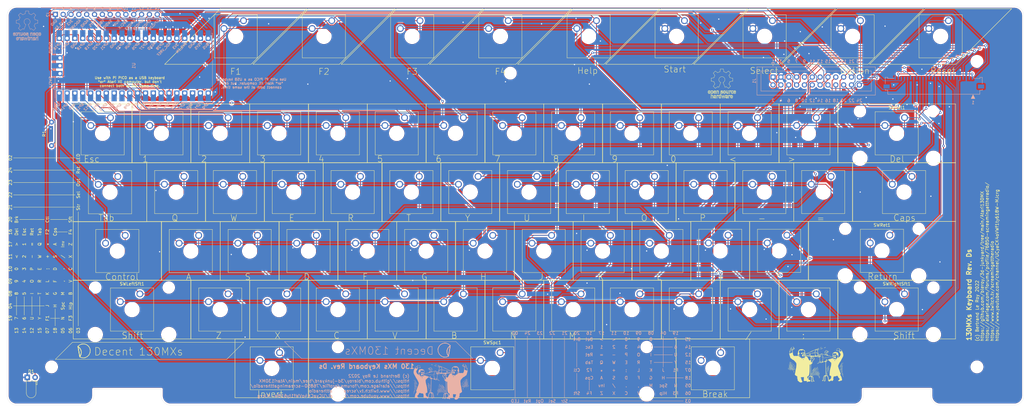
<source format=kicad_pcb>
(kicad_pcb (version 20211014) (generator pcbnew)
  (title_block (title "130MXs Keyboard") (date "2022-09-11") (rev "Ds") (company "Decent Consulting") (comment 1 "Alternative layout for modern key caps using the same outline as vintage keyboards") (comment 2 "WASDL layout: http://www.keyboard-layout-editor.com/#/gists/45586324d3bc815b7fb8c0885585339f"))
  (layers (0 "F.Cu" signal) (31 "B.Cu" signal) (34 "B.Paste" user) (35 "F.Paste" user) (36 "B.SilkS" user "B.Silkscreen") (37 "F.SilkS" user "F.Silkscreen") (38 "B.Mask" user) (39 "F.Mask" user) (44 "Edge.Cuts" user))
  (net 0 "")
  (net 1 "Net-(D1-Pad2)")
  (net 2 "GND")
  (net 3 "Net-(J2-Pad14)")
  (net 4 "Net-(J2-Pad13)")
  (net 5 "Net-(J2-Pad12)")
  (net 6 "Net-(J2-Pad10)")
  (net 7 "Net-(J2-Pad9)")
  (net 8 "Net-(J2-Pad8)")
  (net 9 "Net-(J2-Pad7)")
  (net 10 "Net-(J2-Pad6)")
  (net 11 "Net-(J2-Pad5)")
  (net 12 "Net-(J2-Pad4)")
  (net 13 "Net-(J2-Pad3)")
  (net 14 "Net-(J2-Pad2)")
  (net 15 "Net-(J0-Pad24)")
  (net 16 "Net-(J0-Pad23)")
  (net 17 "Net-(J0-Pad22)")
  (net 18 "Net-(J0-Pad21)")
  (net 19 "Net-(J0-Pad20)")
  (net 20 "Net-(J0-Pad19)")
  (net 21 "Net-(J0-Pad18)")
  (net 22 "Net-(J0-Pad17)")
  (net 23 "Net-(J0-Pad16)")
  (net 24 "Net-(J0-Pad15)")
  (net 25 "Net-(J0-Pad14)")
  (net 26 "Net-(J0-Pad13)")
  (net 27 "Net-(J0-Pad12)")
  (net 28 "Net-(J0-Pad11)")
  (net 29 "Net-(J0-Pad10)")
  (net 30 "Net-(J0-Pad8)")
  (net 31 "Net-(J0-Pad6)")
  (net 32 "Net-(J0-Pad5)")
  (net 33 "Net-(J0-Pad4)")
  (net 34 "Net-(J0-Pad1)")
  (net 35 "Net-(U1-Pad3)")
  (net 36 "Net-(U1-Pad8)")
  (net 37 "Net-(U1-Pad13)")
  (net 38 "Net-(U1-Pad18)")
  (net 39 "Net-(U1-Pad42)")
  (net 40 "Net-(R1-Pad1)")
  (net 41 "Net-(J0-Pad9)")
  (net 42 "Net-(J0-Pad7)")
  (net 43 "Net-(U1-Pad23)")
  (net 44 "Net-(U1-Pad28)")
  (footprint "LED_THT:LED_D3.0mm_Horizontal_O1.27mm_Z2.0mm" (layer "F.Cu") (at 29.36 143.2)
    (fp_text reference "D1")
    (fp_text value "LED")
  )
  (footprint "Atari130MX:SW_Kailh_1.00u_PCB" (layer "F.Cu") (at 82.3403 102.23)
    (fp_text reference "SWA1" hide)
    (fp_text value "SW_Push_45deg")
  )
  (footprint "Atari130MX:SW_Kailh_1.00u_PCB" (layer "F.Cu") (at 168.0653 121.21)
    (fp_text reference "SWB1" hide)
    (fp_text value "SW_Push_45deg")
  )
  (footprint "Atari130MX:SW_Kailh_1.00u_PCB" (layer "F.Cu") (at 129.9653 121.21)
    (fp_text reference "SWC1" hide)
    (fp_text value "SW_Push_45deg")
  )
  (footprint "Atari130MX:SW_Kailh_1.00u_PCB" (layer "F.Cu") (at 225.2153 121.21)
    (fp_text reference "SWComma1" hide)
    (fp_text value "SW_Push_45deg")
  )
  (footprint "Atari130MX:SW_Kailh_1.75u_PCB" (layer "F.Cu") (at 313.32155 83.11)
    (fp_text reference "SWCps1" hide)
    (fp_text value "SW_Push_45deg")
  )
  (footprint "Atari130MX:SW_Kailh_1.50u_PCB" (layer "F.Cu") (at 58.535 102.23)
    (fp_text reference "SWCtl1" hide)
    (fp_text value "SW_Push_45deg")
  )
  (footprint "Atari130MX:SW_Kailh_1.00u_PCB" (layer "F.Cu") (at 120.4403 102.23)
    (fp_text reference "SWD1" hide)
    (fp_text value "SW_Push_45deg")
  )
  (footprint "Atari130MX:SW_Kailh_1.00u_PCB" (layer "F.Cu") (at 139.4903 102.23)
    (fp_text reference "SWF1" hide)
    (fp_text value "SW_Push_45deg")
  )
  (footprint "Atari130MX:SW_Kailh_1.00u_PCB" (layer "F.Cu") (at 158.5403 102.23)
    (fp_text reference "SWG1" hide)
    (fp_text value "SW_Push_45deg")
  )
  (footprint "Atari130MX:SW_Kailh_1.00u_PCB" (layer "F.Cu") (at 177.5903 102.23)
    (fp_text reference "SWH1" hide)
    (fp_text value "SW_Push_45deg")
  )
  (footprint "Atari130MX:SW_Kailh_1.50u_Atari_Fn_PCB" (layer "F.Cu") (at 211.16 32.61)
    (fp_text reference "SWHlp1" hide)
    (fp_text value "SW_Push_45deg")
  )
  (footprint "Atari130MX:SW_Kailh_1.25u_PCB" (layer "F.Cu") (at 108.53405 140.26)
    (fp_text reference "SWInv1" hide)
    (fp_text value "SW_Push_45deg")
  )
  (footprint "Atari130MX:SW_Kailh_1.00u_PCB" (layer "F.Cu") (at 196.6403 102.23)
    (fp_text reference "SWJ1" hide)
    (fp_text value "SW_Push_45deg")
  )
  (footprint "Atari130MX:SW_Kailh_1.00u_PCB" (layer "F.Cu") (at 215.6903 102.23)
    (fp_text reference "SWK1" hide)
    (fp_text value "SW_Push_45deg")
  )
  (footprint "Atari130MX:SW_Kailh_1.00u_PCB" (layer "F.Cu") (at 234.7403 102.23)
    (fp_text reference "SWL1" hide)
    (fp_text value "SW_Push_45deg")
  )
  (footprint "Atari130MX:SW_Kailh_2.00u_PCB" (layer "F.Cu") (at 63.2903 121.21)
    (fp_text reference "SWLeftSft1")
    (fp_text value "SW_Push_45deg")
  )
  (footprint "Atari130MX:SW_Kailh_1.00u_PCB" (layer "F.Cu") (at 206.1653 121.21)
    (fp_text reference "SWM1" hide)
    (fp_text value "SW_Push_45deg")
  )
  (footprint "Atari130MX:SW_Kailh_1.00u_PCB" (layer "F.Cu") (at 187.1153 121.21)
    (fp_text reference "SWN1" hide)
    (fp_text value "SW_Push_45deg")
  )
  (footprint "Atari130MX:SW_Kailh_1.50u_Atari_Fn_PCB" (layer "F.Cu") (at 296.66 32.61)
    (fp_text reference "SWOption1" hide)
    (fp_text value "SW_Push_45deg")
  )
  (footprint "Atari130MX:SW_Kailh_1.00u_PCB" (layer "F.Cu") (at 244.2653 121.21)
    (fp_text reference "SWPeriod1" hide)
    (fp_text value "SW_Push_45deg")
  )
  (footprint "Atari130MX:SW_Kailh_1.00u_PCB" (layer "F.Cu") (at 253.7903 102.16)
    (fp_text reference "SWPlus1" hide)
    (fp_text value "SW_Push_45deg")
  )
  (footprint "Atari130MX:SW_Kailh_1.50u_Atari_Fn_PCB" (layer "F.Cu") (at 325.16 32.61)
    (fp_text reference "SWReset1" hide)
    (fp_text value "SW_Push_45deg")
  )
  (footprint "Atari130MX:SW_Kailh_2.00u_PCB" (layer "F.Cu") (at 310.9403 121.21)
    (fp_text reference "SWRightSft1")
    (fp_text value "SW_Push_45deg")
  )
  (footprint "Atari130MX:SW_Kailh_1.00u_PCB" (layer "F.Cu") (at 101.3903 102.23)
    (fp_text reference "SWS1" hide)
    (fp_text value "SW_Push_45deg")
  )
  (footprint "Atari130MX:SW_Kailh_1.50u_Atari_Fn_PCB" (layer "F.Cu") (at 268.16 32.61)
    (fp_text reference "SWSelect1" hide)
    (fp_text value "SW_Push_45deg")
  )
  (footprint "Atari130MX:SW_Kailh_1.00u_PCB" (layer "F.Cu") (at 282.3653 121.21)
    (fp_text reference "SWSemi1" hide)
    (fp_text value "SW_Push_45deg")
  )
  (footprint "Atari130MX:SW_Kailh_1.00u_PCB" (layer "F.Cu") (at 263.3153 121.21)
    (fp_text reference "SWSlash1" hide)
    (fp_text value "SW_Push_45deg")
  )
  (footprint "Atari130MX:SW_Kailh_6.25u_PCB" (layer "F.Cu") (at 179.97155 140.26)
    (fp_text reference "SWSpc1")
    (fp_text value "SW_Push_45deg")
  )
  (footprint "Atari130MX:SW_Kailh_1.50u_Atari_Fn_PCB" (layer "F.Cu") (at 239.66 32.61)
    (fp_text reference "SWStart1" hide)
    (fp_text value "SW_Push_45deg")
  )
  (footprint "Atari130MX:SW_Kailh_1.00u_PCB" (layer "F.Cu") (at 149.0153 121.21)
    (fp_text reference "SWV1" hide)
    (fp_text value "SW_Push_45deg")
  )
  (footprint "Atari130MX:SW_Kailh_1.00u_PCB" (layer "F.Cu") (at 110.9153 121.21)
    (fp_text reference "SWX1" hide)
    (fp_text value "SW_Push_45deg")
  )
  (footprint "Atari130MX:SW_Kailh_1.00u_PCB" (layer "F.Cu") (at 91.8653 121.21)
    (fp_text reference "SWZ1" hide)
    (fp_text value "SW_Push_45deg")
  )
  (footprint "Atari130MX:SW_Kailh_1.00u_PCB" (layer "F.Cu") (at 96.6278 83.11)
    (fp_text reference "SWW1" hide)
    (fp_text value "SW_Push_45deg")
  )
  (footprint "Atari130MX:SW_Kailh_1.00u_PCB" (layer "F.Cu") (at 172.8278 83.11)
    (fp_text reference "SWY1" hide)
    (fp_text value "SW_Push_45deg")
  )
  (footprint "Atari130MX:SW_Kailh_1.00u_PCB" (layer "F.Cu") (at 153.7778 83.11)
    (fp_text reference "SWT1" hide)
    (fp_text value "SW_Push_45deg")
  )
  (footprint "Atari130MX:SW_Kailh_1.00u_PCB" (layer "F.Cu") (at 191.8778 83.11)
    (fp_text reference "SWU1" hide)
    (fp_text value "SW_Push_45deg")
  )
  (footprint "Atari130MX:SW_Kailh_2.50u_PCB" (layer "F.Cu") (at 306.1778 102.16)
    (fp_text reference "SWRet1")
    (fp_text value "SW_Push_45deg")
  )
  (footprint "Atari130MX:SW_Kailh_1.00u_PCB" (layer "F.Cu") (at 249.0278 83.11)
    (fp_text reference "SWP1" hide)
    (fp_text value "SW_Push_45deg")
  )
  (footprint "Atari130MX:SW_Kailh_1.00u_PCB" (layer "F.Cu") (at 77.5778 83.11)
    (fp_text reference "SWQ1" hide)
    (fp_text value "SW_Push_45deg")
  )
  (footprint "Atari130MX:SW_Kailh_1.00u_PCB" (layer "F.Cu") (at 210.9278 83.11)
    (fp_text reference "SWI1" hide)
    (fp_text value "SW_Push_45deg")
  )
  (footprint "Atari130MX:SW_Kailh_1.00u_PCB" (layer "F.Cu") (at 287.1278 83.11)
    (fp_text reference "SWEqual1" hide)
    (fp_text value "SW_Push_45deg")
  )
  (footprint "Atari130MX:SW_Kailh_1.00u_PCB" (layer "F.Cu") (at 268.0778 83.11)
    (fp_text reference "SWDash1" hide)
    (fp_text value "SW_Push_45deg")
  )
  (footprint "Atari130MX:SW_Kailh_1.00u_PCB" (layer "F.Cu") (at 134.7278 83.11)
    (fp_text reference "SWR1" hide)
    (fp_text value "SW_Push_45deg")
  )
  (footprint "Atari130MX:SW_Kailh_1.00u_PCB" (layer "F.Cu") (at 115.6778 83.11)
    (fp_text reference "SWE1" hide)
    (fp_text value "SW_Push_45deg")
  )
  (footprint "Atari130MX:SW_Kailh_1.00u_PCB" (layer "F.Cu") (at 229.9778 83.11)
    (fp_text reference "SWO1" hide)
    (fp_text value "SW_Push_45deg")
  )
  (footprint "Atari130MX:SW_Kailh_1.00u_PCB" (layer "F.Cu") (at 53.76 64.06)
    (fp_text reference "SWEsc1" hide)
    (fp_text value "SW_Push_45deg")
  )
  (footprint "Atari130MX:SW_Kailh_1.00u_PCB" (layer "F.Cu") (at 206.1653 64.06)
    (fp_text reference "SW8" hide)
    (fp_text value "SW_Push_45deg")
  )
  (footprint "Atari130MX:SW_Kailh_1.00u_PCB" (layer "F.Cu") (at 168.0653 64.06)
    (fp_text reference "SW6" hide)
    (fp_text value "SW_Push_45deg")
  )
  (footprint "Atari130MX:SW_Kailh_1.00u_PCB" (layer "F.Cu") (at 225.2153 64.06)
    (fp_text reference "SW9" hide)
    (fp_text value "SW_Push_45deg")
  )
  (footprint "Atari130MX:SW_Kailh_1.00u_PCB" (layer "F.Cu") (at 244.2653 64.06)
    (fp_text reference "SW0" hide)
    (fp_text value "SW_Push_45deg")
  )
  (footprint "Atari130MX:SW_Kailh_1.00u_PCB" (layer "F.Cu") (at 149.0153 64.06)
    (fp_text reference "SW5" hide)
    (fp_text value "SW_Push_45deg")
  )
  (footprint "Atari130MX:SW_Kailh_2.00u_PCB" (layer "F.Cu") (at 310.9403 64.06)
    (fp_text reference "SWDel1")
    (fp_text value "SW_Push_45deg")
  )
  (footprint "Atari130MX:SW_Kailh_1.00u_PCB" (layer "F.Cu") (at 110.9153 64.06)
    (fp_text reference "SW3" hide)
    (fp_text value "SW_Push_45deg")
  )
  (footprint "Atari130MX:SW_Kailh_1.00u_PCB" (layer "F.Cu") (at 282.3653 64.06)
    (fp_text reference "SWGT1" hide)
    (fp_text value "SW_Push_45deg")
  )
  (footprint "Atari130MX:SW_Kailh_1.00u_PCB" (layer "F.Cu") (at 129.9653 64.06)
    (fp_text reference "SW4" hide)
    (fp_text value "SW_Push_45deg")
  )
  (footprint "Atari130MX:SW_Kailh_1.00u_PCB" (layer "F.Cu") (at 72.8153 64.06)
    (fp_text reference "SW1" hide)
    (fp_text value "SW_Push_45deg")
  )
  (footprint "Atari130MX:SW_Kailh_1.00u_PCB" (layer "F.Cu") (at 263.3153 64.06)
    (fp_text reference "SWLT1" hide)
    (fp_text value "SW_Push_45deg")
  )
  (footprint "Atari130MX:SW_Kailh_1.25u_PCB" (layer "F.Cu") (at 251.40905 140.26)
    (fp_text reference "SWBrk1" hide)
    (fp_text value "SW_Push_45deg")
  )
  (footprint "Atari130MX:SW_Kailh_1.00u_PCB" (layer "F.Cu") (at 91.8653 64.06)
    (fp_text reference "SW2" hide)
    (fp_text value "SW_Push_45deg")
  )
  (footprint "Atari130MX:SW_Kailh_1.00u_PCB" (layer "F.Cu") (at 187.1153 64.06)
    (fp_text reference "SW7" hide)
    (fp_text value "SW_Push_45deg")
  )
  (footprint "Atari130MX:SW_Kailh_1.25u_PCB" (layer "F.Cu") (at 56.16 83.16)
    (fp_text reference "SWTab1" hide)
    (fp_text value "SW_Push_45deg")
  )
  (footprint "Atari130MX:SW_Kailh_1.00u_PCB" (layer "F.Cu") (at 272.8403 102.16)
    (fp_text reference "SWStar1" hide)
    (fp_text value "SW_Push_45deg")
  )
  (footprint "Resistor_THT:R_Axial_DIN0207_L6.3mm_D2.5mm_P7.62mm_Horizontal" (layer "F.Cu") (at 37.22 68.045 90)
    (fp_text reference "R1")
    (fp_text value "R100")
  )
  (footprint "Atari130MX:SW_Kailh_1.50u_Atari_Fn_PCB" (layer "F.Cu") (at 96.86 32.61)
    (fp_text reference "SWFn1" hide)
    (fp_text value "SW_Push_45deg")
  )
  (footprint "Atari130MX:SW_Kailh_1.50u_Atari_Fn_PCB" (layer "F.Cu") (at 125.435 32.61)
    (fp_text reference "SWFn2" hide)
    (fp_text value "SW_Push_45deg")
  )
  (footprint "Atari130MX:SW_Kailh_1.50u_Atari_Fn_PCB" (layer "F.Cu") (at 154.01 32.61)
    (fp_text reference "SWFn3" hide)
    (fp_text value "SW_Push_45deg")
  )
  (footprint "Atari130MX:SW_Kailh_1.50u_Atari_Fn_PCB" (layer "F.Cu") (at 182.585 32.61)
    (fp_text reference "SWFn4" hide)
    (fp_text value "SW_Push_45deg")
  )
  (footprint "Atari130MX:ScreamingAtTheRadio" (layer "F.Cu") (at 284.82 138.02)
    (fp_text reference "G***" hide)
    (fp_text value "LOGO" hide)
  )
  (footprint "Atari130MX:OSH_logo" (layer "F.Cu") (at 254.34 46.58)
    (fp_text reference "REF**" hide)
    (fp_text value "OSH_logo")
  )
  (footprint "Atari130MX:AtariXE_Matrix" (layer "F.Cu") (at 34.376 98.015 90)
    (fp_text reference "REF**" hide)
    (fp_text value "AtariXE_Matrix")
  )
  (footprint "Atari130MX:Decent_logo" (layer "F.Cu") (at 47.965 134.845)
    (fp_text reference "REF**" hide)
    (fp_text value "Decent_logo")
  )
  (footprint "MountingHole:MountingHole_3.2mm_M3" (layer "F.Cu") (at 37.22 139.8)
    (fp_text reference "REF03" hide)
    (fp_text value "MountingHole_3.2mm_M3")
  )
  (footprint "MountingHole:MountingHole_3.2mm_M3" (layer "F.Cu") (at 336.94 40.74)
    (fp_text reference "REF01" hide)
    (fp_text value "MountingHole_3.2mm_M3")
  )
  (footprint "MountingHole:MountingHole_3.2mm_M3" (layer "F.Cu") (at 336.94 139.8)
    (fp_text reference "REF02" hide)
    (fp_text value "MountingHole_3.2mm_M3")
  )
  (footprint "MountingHole:MountingHole_3.2mm_M3" (layer "F.Cu") (at 185.81 44.55)
    (fp_text reference "REF0" hide)
    (fp_text value "MountingHole_3.2mm_M3")
  )
  (footprint "Atari130MX:IDC-Header_2x12_P2.54mm_Vertical" (layer "B.Cu") (at 270.9 45.82 -90)
    (fp_text reference "J1")
    (fp_text value "Conn_02x12_Odd_Even")
  )
  (footprint "Connector_FFC-FPC:Molex_200528-0260_1x26-1MP_P1.00mm_Horizontal" (layer "B.Cu") (at 322.97 47.09 180)
    (fp_text reference "J0")
    (fp_text value "Conn_01x26")
  )
  (footprint "Atari130MX:PinHeader_1x14_P2.54mm_Vertical" (layer "B.Cu") (at 38.44 25.5 -90)
    (fp_text reference "J2")
    (fp_text value "Conn_01x14")
  )
  (footprint "Atari130MX:ScreamingAtTheRadio" (layer "B.Cu") (at 163.308723 143.565801 180)
    (fp_text reference "G***" hide)
    (fp_text value "LOGO" hide)
  )
  (footprint "Atari130MX:OSH_logo" (layer "B.Cu") (at 29.296 27.784 180)
    (fp_text reference "REF**" hide)
    (fp_text value "OSH_logo")
  )
  (footprint "Atari130MX:Decent_logo" (layer "B.Cu") (at 164.1791 134.5958 180)
    (fp_text reference "REF**" hide)
    (fp_text value "Decent_logo")
  )
  (footprint "Atari130MX:AtariXE_Matrix" (layer "B.Cu") (at 213.3481 139.3616 180)
    (fp_text reference "REF**" hide)
    (fp_text value "AtariXE_Matrix")
  )
  (footprint "Atari130MX:RPi_Pico_SMD_TH" (layer "B.Cu") (at 63.84 42.135 90)
    (fp_text reference "U1")
    (fp_text value "Pico")
  )
  (gr_poly (pts (xy 336.305 52.805) (xy 335.035 52.805) (xy 335.67 51.535)) (layer "B.SilkS") (width 0.1) (fill solid))
  (gr_line (start 352.06 25.86) (end 352.06 149.16) (layer "Edge.Cuts") (width 0.05))
  (gr_arc (start 25.86 152.16) (mid 23.73868 151.28132) (end 22.86 149.16) (layer "Edge.Cuts") (width 0.05))
  (gr_arc (start 349.06 22.86) (mid 351.18132 23.73868) (end 352.06 25.86) (layer "Edge.Cuts") (width 0.05))
  (gr_arc (start 352.06 149.16) (mid 351.18132 151.28132) (end 349.06 152.16) (layer "Edge.Cuts") (width 0.05))
  (gr_arc (start 50.86 149.16) (mid 49.98132 151.28132) (end 47.86 152.16) (layer "Edge.Cuts") (width 0.05))
  (gr_arc (start 75.76 152.16) (mid 73.63868 151.28132) (end 72.76 149.16) (layer "Edge.Cuts") (width 0.05))
  (gr_line (start 72.76 147.06) (end 72.76 149.16) (layer "Edge.Cuts") (width 0.05))
  (gr_line (start 75.76 152.16) (end 297.1 152.16) (layer "Edge.Cuts") (width 0.05))
  (gr_arc (start 300.1 149.16) (mid 299.22132 151.28132) (end 297.1 152.16) (layer "Edge.Cuts") (width 0.05))
  (gr_line (start 300.1 147.06) (end 322 147.06) (layer "Edge.Cuts") (width 0.05))
  (gr_line (start 322 147.06) (end 322 149.16) (layer "Edge.Cuts") (width 0.05))
  (gr_line (start 300.1 147.06) (end 300.1 149.16) (layer "Edge.Cuts") (width 0.05))
  (gr_arc (start 325 152.16) (mid 322.87868 151.28132) (end 322 149.16) (layer "Edge.Cuts") (width 0.05))
  (gr_line (start 325 152.16) (end 349.06 152.16) (layer "Edge.Cuts") (width 0.05))
  (gr_line (start 25.86 152.16) (end 47.86 152.16) (layer "Edge.Cuts") (width 0.05))
  (gr_line (start 50.86 147.06) (end 72.76 147.06) (layer "Edge.Cuts") (width 0.05))
  (gr_line (start 50.86 147.06) (end 50.86 149.16) (layer "Edge.Cuts") (width 0.05))
  (gr_line (start 22.86 25.86) (end 22.86 149.16) (layer "Edge.Cuts") (width 0.05))
  (gr_arc (start 22.86 25.86) (mid 23.73868 23.73868) (end 25.86 22.86) (layer "Edge.Cuts") (width 0.05))
  (gr_line (start 25.86 22.86) (end 349.06 22.86) (layer "Edge.Cuts") (width 0.05))
  (gr_text "(c) Bertrand Le Roy 2022\nhttps://github.com/bleroy/3d-junkyard/tree/main/Atari130MX\nhttps://atariage.com/forums/profile/76850-screamingattheradio/\nhttps://www.twitch.tv/screamingattheradio\nhttps://www.youtube.com/channel/UCyaCK4oVWf1ty618W-MJcrg" (at 153.198723 145.980801) (layer "B.SilkS") (effects (font (size 1 1)) (justify left mirror)))
  (gr_text "130 MXs Keyboard Rev. Ds" (at 139.228723 139.630801) (layer "B.SilkS") (effects (font (size 1.5 1.5) (thickness 0.3)) (justify mirror)))
  (gr_text "Use with Pi PICO as a USB keyboard\n*or* Atari XE computer, but don't\nconnect both at the same time." (at 101.94 47.85) (layer "B.SilkS") (effects (font (size 0.8 0.8)) (justify mirror)))
  (gr_text "1" (at 335.67 54.075) (layer "B.SilkS") (effects (font (size 1 1)) (justify mirror)))
  (gr_text "-" (at 265.95 91.63) (layer "F.SilkS") (effects (font (size 2 2)) (justify left)))
  (gr_text "=" (at 285 91.63) (layer "F.SilkS") (effects (font (size 2 2)) (justify left)))
  (gr_text "Return" (at 301.4153 110.494375) (layer "F.SilkS") (effects (font (size 2 2)) (justify left)))
  (gr_text "Control" (at 54.49 110.59) (layer "F.SilkS") (effects (font (size 2 2)) (justify left)))
  (gr_text "A" (at 80.68 110.59) (layer "F.SilkS") (effects (font (size 2 2)) (justify left)))
  (gr_text "S" (at 99.73 110.59) (layer "F.SilkS") (effects (font (size 2 2)) (justify left)))
  (gr_text "D" (at 118.78 110.59) (layer "F.SilkS") (effects (font (size 2 2)) (justify left)))
  (gr_text "F" (at 137.83 110.59) (layer "F.SilkS") (effects (font (size 2 2)) (justify left)))
  (gr_text "G" (at 156.88 110.59) (layer "F.SilkS") (effects (font (size 2 2)) (justify left)))
  (gr_text "H" (at 175.93 110.59) (layer "F.SilkS") (effects (font (size 2 2)) (justify left)))
  (gr_text "J" (at 194.98 110.59) (layer "F.SilkS") (effects (font (size 2 2)) (justify left)))
  (gr_text "K" (at 214.03 110.59) (layer "F.SilkS") (effects (font (size 2 2)) (justify left)))
  (gr_text "L" (at 233.08 110.59) (layer "F.SilkS") (effects (font (size 2 2)) (justify left)))
  (gr_text ";" (at 280.1428 129.544375) (layer "F.SilkS") (effects (font (size 2 2)) (justify left)))
  (gr_text "+" (at 252.599675 110.59) (layer "F.SilkS") (effects (font (size 2 2)) (justify left)))
  (gr_text "*" (at 271.649675 110.59) (layer "F.SilkS") (effects (font (size 2 2)) (justify left)))
  (gr_text "Caps" (at 309.749675 91.444375) (layer "F.SilkS") (effects (font (size 2 2)) (justify left)))
  (gr_text "Shift" (at 59.85 129.64) (layer "F.SilkS") (effects (font (size 2 2)) (justify left)))
  (gr_text "Z" (at 90.33 129.64) (layer "F.SilkS") (effects (font (size 2 2)) (justify left)))
  (gr_text "X" (at 109.38 129.64) (layer "F.SilkS") (effects (font (size 2 2)) (justify left)))
  (gr_text "C" (at 128.43 129.64) (layer "F.SilkS") (effects (font (size 2 2)) (justify left)))
  (gr_text "V" (at 147.48 129.64) (layer "F.SilkS") (effects (font (size 2 2)) (justify left)))
  (gr_text "B" (at 166.53 129.64) (layer "F.SilkS") (effects (font (size 2 2)) (justify left)))
  (gr_text "N" (at 185.58 129.64) (layer "F.SilkS") (effects (font (size 2 2)) (justify left)))
  (gr_text "M" (at 204.63 129.64) (layer "F.SilkS") (effects (font (size 2 2)) (justify left)))
  (gr_text "," (at 223.68 129.64) (layer "F.SilkS") (effects (font (size 2 2)) (justify left)))
  (gr_text "." (at 242.73 129.64) (layer "F.SilkS") (effects (font (size 2 2)) (justify left)))
  (gr_text "/" (at 261.78 129.64) (layer "F.SilkS") (effects (font (size 2 2)) (justify left)))
  (gr_text "Shift" (at 309.749675 129.64) (layer "F.SilkS") (effects (font (size 2 2)) (justify left)))
  (gr_text "Invert" (at 103.77155 148.594375) (layer "F.SilkS") (effects (font (size 2 2)) (justify left)))
  (gr_text "Select" (at 263.28 43.76) (layer "F.SilkS") (effects (font (size 2 2)) (justify left)))
  (gr_text "Option" (at 292.49 43.76) (layer "F.SilkS") (effects (font (size 2 2)) (justify left)))
  (gr_text "Reset" (at 321.7 43.76) (layer "F.SilkS") (effects (font (size 2 2)) (justify left)))
  (gr_text "Esc" (at 47.56 72.4) (layer "F.SilkS") (effects (font (size 2 2)) (justify left)))
  (gr_text "1" (at 66.56 72.4) (layer "F.SilkS") (effects (font (size 2 2)) (justify left)))
  (gr_text "2" (at 85.56 72.4) (layer "F.SilkS") (effects (font (size 2 2)) (justify left)))
  (gr_text "3" (at 104.56 72.4) (layer "F.SilkS") (effects (font (size 2 2)) (justify left)))
  (gr_text "4" (at 123.56 72.4) (layer "F.SilkS") (effects (font (size 2 2)) (justify left)))
  (gr_text "5" (at 142.56 72.4) (layer "F.SilkS") (effects (font (size 2 2)) (justify left)))
  (gr_text "6" (at 161.56 72.4) (layer "F.SilkS") (effects (font (size 2 2)) (justify left)))
  (gr_text "7" (at 180.56 72.4) (layer "F.SilkS") (effects (font (size 2 2)) (justify left)))
  (gr_text "8" (at 199.56 72.4) (layer "F.SilkS") (effects (font (size 2 2)) (justify left)))
  (gr_text "9" (at 218.56 72.4) (layer "F.SilkS") (effects (font (size 2 2)) (justify left)))
  (gr_text "0" (at 237.56 72.4) (layer "F.SilkS") (effects (font (size 2 2)) (justify left)))
  (gr_text "<" (at 256.56 72.4) (layer "F.SilkS") (effects (font (size 2 2)) (justify left)))
  (gr_text ">" (at 275.56 72.4) (layer "F.SilkS") (effects (font (size 2 2)) (justify left)))
  (gr_text "Del" (at 308.55905 72.394375) (layer "F.SilkS") (effects (font (size 2 2)) (justify left)))
  (gr_text "Break" (at 247.837175 148.594375) (layer "F.SilkS") (effects (font (size 2 2)) (justify left)))
  (gr_text "Tab" (at 52.32 91.5) (layer "F.SilkS") (effects (font (size 2 2)) (justify left)))
  (gr_text "Q" (at 76.02 91.5) (layer "F.SilkS") (effects (font (size 2 2)) (justify left)))
  (gr_text "W" (at 95.02 91.5) (layer "F.SilkS") (effects (font (size 2 2)) (justify left)))
  (gr_text "E" (at 114.02 91.5) (layer "F.SilkS") (effects (font (size 2 2)) (justify left)))
  (gr_text "R" (at 133.02 91.5) (layer "F.SilkS") (effects (font (size 2 2)) (justify left)))
  (gr_text "T" (at 152.02 91.5) (layer "F.SilkS") (effects (font (size 2 2)) (justify left)))
  (gr_text "Y" (at 171.02 91.5) (layer "F.SilkS") (effects (font (size 2 2)) (justify left)))
  (gr_text "U" (at 190.02 91.5) (layer "F.SilkS") (effects (font (size 2 2)) (justify left)))
  (gr_text "I" (at 209.02 91.5) (layer "F.SilkS") (effects (font (size 2 2)) (justify left)))
  (gr_text "O" (at 228.02 91.5) (layer "F.SilkS") (effects (font (size 2 2)) (justify left)))
  (gr_text "P" (at 247.02 91.5) (layer "F.SilkS") (effects (font (size 2 2)) (justify left)))
  (gr_text "Start" (at 235.34 43.28) (layer "F.SilkS") (effects (font (size 2 2)) (justify left)))
  (gr_text "F4" (at 180.68 44.04) (layer "F.SilkS") (effects (font (size 2 2)) (justify left)))
  (gr_text "F3" (at 152.105 44.04) (layer "F.SilkS") (effects (font (size 2 2)) (justify left)))
  (gr_text "F2" (at 123.53 44.04) (layer "F.SilkS") (effects (font (size 2 2)) (justify left)))
  (gr_text "F1" (at 94.955 44.04) (layer "F.SilkS") (effects (font (size 2 2)) (justify left)))
  (gr_text "Use with Pi PICO as a USB keyboard\n*or* Atari XE computer, but don't\nconnect both at the same time." (at 62.57 47.342) (layer "F.SilkS") (effects (font (size 0.8 0.8))))
  (gr_text "(c) Bertrand Le Roy 2022\nhttps://github.com/bleroy/3d-junkyard/tree/main/Atari130MX\nhttps://atariage.com/forums/profile/76850-screamingattheradio/\nhttps://www.twitch.tv/screamingattheradio\nhttps://www.youtube.com/channel/UCyaCK4oVWf1ty618W-MJcrg" (at 340.23 131.57 90) (layer "F.SilkS") (effects (font (size 1 1)) (justify left)))
  (gr_text "130MXs Keyboard Rev. Ds" (at 334.388 116.4475 90) (layer "F.SilkS") (effects (font (size 1.5 1.5) (thickness 0.3))))
  (gr_text "Help" (at 207.4 43.76) (layer "F.SilkS") (effects (font (size 2 2)) (justify left)))
  (segment (start 272.125001 42.581809) (end 269.72499 44.98182) (width 0.25) (layer "F.Cu") (net 1))
  (segment (start 31.9 65.745) (end 37.22 60.425) (width 0.25) (layer "F.Cu") (net 1))
  (segment (start 31.6927 25.6552) (end 33.92292 23.42498) (width 0.25) (layer "F.Cu") (net 1))
  (segment (start 33.92292 23.42498) (end 268.703982 23.42498) (width 0.25) (layer "F.Cu") (net 1))
  (segment (start 280.937002 35.658) (end 271.321501 26.042499) (width 0.25) (layer "F.Cu") (net 1))
  (segment (start 31.6927 54.8977) (end 31.6927 25.6552) (width 0.25) (layer "F.Cu") (net 1))
  (segment (start 269.72499 47.18499) (end 270.9 48.36) (width 0.25) (layer "F.Cu") (net 1))
  (segment (start 339.684 35.658) (end 280.937002 35.658) (width 0.25) (layer "F.Cu") (net 1))
  (segment (start 269.72499 44.98182) (end 269.72499 47.18499) (width 0.25) (layer "F.Cu") (net 1))
  (segment (start 271.321501 26.042499) (end 272.125001 26.845999) (width 0.25) (layer "F.Cu") (net 1))
  (segment (start 268.703982 23.42498) (end 271.321501 26.042499) (width 0.25) (layer "F.Cu") (net 1))
  (segment (start 31.9 143.2) (end 31.9 65.745) (width 0.25) (layer "F.Cu") (net 1))
  (segment (start 272.125001 26.845999) (end 272.125001 42.581809) (width 0.25) (layer "F.Cu") (net 1))
  (segment (start 37.22 60.425) (end 31.6927 54.8977) (width 0.25) (layer "F.Cu") (net 1))
  (via (at 339.684 35.658) (size 0.8) (drill 0.4) (layers "F.Cu" "B.Cu") (net 1))
  (segment (start 335.795 43.095) (end 337.434002 43.095) (width 0.25) (layer "B.Cu") (net 1))
  (segment (start 337.434002 43.095) (end 339.684 40.845002) (width 0.25) (layer "B.Cu") (net 1))
  (segment (start 334.47 46.18) (end 334.47 44.42) (width 0.25) (layer "B.Cu") (net 1))
  (segment (start 339.684 40.845002) (end 339.684 40.704) (width 0.25) (layer "B.Cu") (net 1))
  (segment (start 334.47 44.42) (end 335.795 43.095) (width 0.25) (layer "B.Cu") (net 1))
  (segment (start 339.684 40.704) (end 339.684 35.658) (width 0.25) (layer "B.Cu") (net 1))
  (via (at 328 55.47) (size 0.8) (drill 0.4) (layers "F.Cu" "B.Cu") (net 2))
  (via (at 229.956 102.206) (size 0.8) (drill 0.4) (layers "F.Cu" "B.Cu") (net 2))
  (via (at 207.2829 96.5212) (size 0.8) (drill 0.4) (layers "F.Cu" "B.Cu") (net 2))
  (via (at 301.076 52.422) (size 0.8) (drill 0.4) (layers "F.Cu" "B.Cu") (net 2))
  (via (at 290.4679 98.5532) (size 0.8) (drill 0.4) (layers "F.Cu" "B.Cu") (net 2))
  (via (at 39.456 47.088) (size 0.8) (drill 0.4) (layers "F.Cu" "B.Cu") (net 2))
  (via (at 321.396 54.454) (size 0.8) (drill 0.4) (layers "F.Cu" "B.Cu") (net 2))
  (via (at 69.682 28.546) (size 0.8) (drill 0.4) (layers "F.Cu" "B.Cu") (net 2))
  (via (at 92.288 52.422) (size 0.8) (drill 0.4) (layers "F.Cu" "B.Cu") (net 2))
  (via (at 279.486 52.676) (size 0.8) (drill 0.4) (layers "F.Cu" "B.Cu") (net 2))
  (via (at 278.216 65.376) (size 0.8) (drill 0.4) (layers "F.Cu" "B.Cu") (net 2))
  (via (at 268.056 101.698) (size 0.8) (drill 0.4) (layers "F.Cu" "B.Cu") (net 2))
  (via (at 207.096 26.768) (size 0.8) (drill 0.4) (layers "F.Cu" "B.Cu") (net 2))
  (via (at 267.802 39.468) (size 0.8) (drill 0.4) (layers "F.Cu" "B.Cu") (net 2))
  (via (at 240.3029 91.7968) (size 0.8) (drill 0.4) (layers "F.Cu" "B.Cu") (net 2))
  (via (at 78.826 25.244) (size 0.8) (drill 0.4) (layers "F.Cu" "B.Cu") (net 2))
  (via (at 331.556 43.532) (size 0.8) (drill 0.4) (layers "F.Cu" "B.Cu") (net 2))
  (via (at 279.74 31.086) (size 0.8) (drill 0.4) (layers "F.Cu" "B.Cu") (net 2))
  (via (at 59.268 36.42) (size 0.8) (drill 0.4) (layers "F.Cu" "B.Cu") (net 2))
  (via (at 197.8849 116.2062) (size 0.8) (drill 0.4) (layers "F.Cu" "B.Cu") (net 2))
  (via (at 322.0147 84.4562) (size 0.8) (drill 0.4) (layers "F.Cu" "B.Cu") (net 2))
  (via (at 217.002 126.082) (size 0.8) (drill 0.4) (layers "F.Cu" "B.Cu") (net 2))
  (via (at 115.402 101.19) (size 0.8) (drill 0.4) (layers "F.Cu" "B.Cu") (net 2))
  (via (at 63.332 28.292) (size 0.8) (drill 0.4) (layers "F.Cu" "B.Cu") (net 2))
  (via (at 298.4181 59.3356) (size 0.8) (drill 0.4) (layers "F.Cu" "B.Cu") (net 2))
  (via (at 221.32 115.922) (size 0.8) (drill 0.4) (layers "F.Cu" "B.Cu") (net 2))
  (via (at 249.006 101.952) (size 0.8) (drill 0.4) (layers "F.Cu" "B.Cu") (net 2))
  (via (at 317.586 33.626) (size 0.8) (drill 0.4) (layers "F.Cu" "B.Cu") (net 2))
  (via (at 211.414 48.104) (size 0.8) (drill 0.4) (layers "F.Cu" "B.Cu") (net 2))
  (via (at 71.03155 82.598) (size 0.8) (drill 0.4) (layers "F.Cu" "B.Cu") (net 2))
  (via (at 321.904 47.85) (size 0.8) (drill 0.4) (layers "F.Cu" "B.Cu") (net 2))
  (via (at 69.682 36.42) (size 0.8) (drill 0.4) (layers "F.Cu" "B.Cu") (net 2))
  (via (at 310.22 130.908) (size 0.8) (drill 0.4) (layers "F.Cu" "B.Cu") (net 2))
  (via (at 74.254 29.562) (size 0.8) (drill 0.4) (layers "F.Cu" "B.Cu") (net 2))
  (via (at 107.528 28.546) (size 0.8) (drill 0.4) (layers "F.Cu" "B.Cu") (net 2))
  (via (at 154.1969 111.7612) (size 0.8) (drill 0.4) (layers "F.Cu" "B.Cu") (net 2))
  (via (at 99.908 130.146) (size 0.8) (drill 0.4) (layers "F.Cu" "B.Cu") (net 2))
  (via (at 206.588 41.754) (size 0.8) (drill 0.4) (layers "F.Cu" "B.Cu") (net 2))
  (via (at 96.86 48.104) (size 0.8) (drill 0.4) (layers "F.Cu" "B.Cu") (net 2))
  (via (at 172.552 101.952) (size 0.8) (drill 0.4) (layers "F.Cu" "B.Cu") (net 2))
  (via (at 44.282 60.296) (size 0.8) (drill 0.4) (layers "F.Cu" "B.Cu") (net 2))
  (via (at 236.6453 74.4486) (size 0.8) (drill 0.4) (layers "F.Cu" "B.Cu") (net 2))
  (via (at 210.652 101.952) (size 0.8) (drill 0.4) (layers "F.Cu" "B.Cu") (net 2))
  (via (at 225.0375 107.9766) (size 0.8) (drill 0.4) (layers "F.Cu" "B.Cu") (net 2))
  (via (at 42.25 37.944) (size 0.8) (drill 0.4) (layers "F.Cu" "B.Cu") (net 2))
  (via (at 274.66 34.134) (size 0.8) (drill 0.4) (layers "F.Cu" "B.Cu") (net 2))
  (via (at 324.952 105.762) (size 0.8) (drill 0.4) (layers "F.Cu" "B.Cu") (net 2))
  (via (at 210.652 112.62) (size 0.8) (drill 0.4) (layers "F.Cu" "B.Cu") (net 2))
  (via (at 319.274675 121.21) (size 0.8) (drill 0.4) (layers "F.Cu" "B.Cu") (net 2))
  (via (at 279.6729 55.3224) (size 0.8) (drill 0.4) (layers "F.Cu" "B.Cu") (net 2))
  (via (at 309.712 52.93) (size 0.8) (drill 0.4) (layers "F.Cu" "B.Cu") (net 2))
  (via (at 238.846 121.002) (size 0.8) (drill 0.4) (layers "F.Cu" "B.Cu") (net 2))
  (via (at 72.222 102.46) (size 0.8) (drill 0.4) (layers "F.Cu" "B.Cu") (net 2))
  (via (at 247.482 28.292) (size 0.8) (drill 0.4) (layers "F.Cu" "B.Cu") (net 2))
  (via (at 153.502 101.952) (size 0.8) (drill 0.4) (layers "F.Cu" "B.Cu") (net 2))
  (via (at 309.966 48.358) (size 0.8) (drill 0.4) (layers "F.Cu" "B.Cu") (net 2))
  (via (at 273.39 53.438) (size 0.8) (drill 0.4) (layers "F.Cu" "B.Cu") (net 2))
  (via (at 57.236 29.054) (size 0.8) (drill 0.4) (layers "F.Cu" "B.Cu") (net 2))
  (via (at 272.12 63.852) (size 0.8) (drill 0.4) (layers "F.Cu" "B.Cu") (net 2))
  (via (at 307.172 29.308) (size 0.8) (drill 0.4) (layers "F.Cu" "B.Cu") (net 2))
  (via (at 88.224 26.768) (size 0.8) (drill 0.4) (layers "F.Cu" "B.Cu") (net 2))
  (via (at 324.6309 60.8596) (size 0.8) (drill 0.4) (layers "F.Cu" "B.Cu") (net 2))
  (via (at 39.71 36.674) (size 0.8) (drill 0.4) (layers "F.Cu" "B.Cu") (net 2))
  (via (at 282.534 38.198) (size 0.8) (drill 0.4) (layers "F.Cu" "B.Cu") (net 2))
  (via (at 184.236 47.342) (size 0.8) (drill 0.4) (layers "F.Cu" "B.Cu") (net 2))
  (via (at 268.6493 124.2834) (size 0.8) (drill 0.4) (layers "F.Cu" "B.Cu") (net 2))
  (via (at 95.437175 103.350625) (size 0.8) (drill 0.4) (layers "F.Cu" "B.Cu") (net 2))
  (via (at 324.698 48.866) (size 0.8) (drill 0.4) (layers "F.Cu" "B.Cu") (net 2))
  (via (at 277.27955 86.408) (size 0.8) (drill 0.4) (layers "F.Cu" "B.Cu") (net 2))
  (via (at 170.52 28.038) (size 0.8) (drill 0.4) (layers "F.Cu" "B.Cu") (net 2))
  (via (at 286.852 29.562) (size 0.8) (drill 0.4) (layers "F.Cu" "B.Cu") (net 2))
  (via (at 37.0013 62.5868) (size 0.8) (drill 0.4) (layers "F.Cu" "B.Cu") (net 2))
  (via (at 277.962 36.42) (size 0.8) (drill 0.4) (layers "F.Cu" "B.Cu") (net 2))
  (via (at 146.898 47.088) (size 0.8) (drill 0.4) (layers "F.Cu" "B.Cu") (net 2))
  (via (at 120.228 48.104) (size 0.8) (drill 0.4) (layers "F.Cu" "B.Cu") (net 2))
  (via (at 317.586 48.358) (size 0.8) (drill 0.4) (layers "F.Cu" "B.Cu") (net 2))
  (via (at 34.6391 29.389) (size 0.8) (drill 0.4) (layers "F.Cu" "B.Cu") (net 2))
  (via (at 214.97 34.134) (size 0.8) (drill 0.4) (layers "F.Cu" "B.Cu") (net 2))
  (via (at 85.176 45.818) (size 0.8) (drill 0.4) (layers "F.Cu" "B.Cu") (net 2))
  (via (at 76.54 29.562) (size 0.8) (drill 0.4) (layers "F.Cu" "B.Cu") (net 2))
  (via (at 274.406 38.452) (size 0.8) (drill 0.4) (layers "F.Cu" "B.Cu") (net 2))
  (via (at 41.9035 27.6618) (size 0.8) (drill 0.4) (layers "F.Cu" "B.Cu") (net 2))
  (via (at 257.134 121.002) (size 0.8) (drill 0.4) (layers "F.Cu" "B.Cu") (net 2))
  (via (at 284.82 52.676) (size 0.8) (drill 0.4) (layers "F.Cu" "B.Cu") (net 2))
  (via (at 90.256 50.644) (size 0.8) (drill 0.4) (layers "F.Cu" "B.Cu") (net 2))
  (via (at 152.486 46.326) (size 0.8) (drill 0.4) (layers "F.Cu" "B.Cu") (net 2))
  (via (at 45.044 36.42) (size 0.8) (drill 0.4) (layers "F.Cu" "B.Cu") (net 2))
  (via (at 299.12355 83.106) (size 0.8) (drill 0.4) (layers "F.Cu" "B.Cu") (net 2))
  (via (at 134.452 101.952) (size 0.8) (drill 0.4) (layers "F.Cu" "B.Cu") (net 2))
  (via (at 275.7359 107.24) (size 0.8) (drill 0.4) (layers "F.Cu" "B.Cu") (net 2))
  (via (at 253.324 27.022) (size 0.8) (drill 0.4) (layers "F.Cu" "B.Cu") (net 2))
  (via (at 79.842 29.816) (size 0.8) (drill 0.4) (layers "F.Cu" "B.Cu") (net 2))
  (via (at 277.0313 103.43) (size 0.8) (drill 0.4) (layers "F.Cu" "B.Cu") (net 2))
  (via (at 319.11 43.278) (size 0.8) (drill 0.4) (layers "F.Cu" "B.Cu") (net 2))
  (via (at 276.946 120.494) (size 0.8) (drill 0.4) (layers "F.Cu" "B.Cu") (net 2))
  (via (at 195.92 28.546) (size 0.8) (drill 0.4) (layers "F.Cu" "B.Cu") (net 2))
  (via (at 314.284 54.708) (size 0.8) (drill 0.4) (layers "F.Cu" "B.Cu") (net 2))
  (segment (start 72.73 33.245) (end 72.73 26.77) (width 0.25) (layer "F.Cu") (net 3))
  (segment (start 72.73 26.77) (end 71.46 25.5) (width 0.25) (layer "F.Cu") (net 3))
  (segment (start 67.65 33.245) (end 67.65 26.77) (width 0.25) (layer "F.Cu") (net 4))
  (segment (start 67.65 26.77) (end 68.92 25.5) (width 0.25) (layer "F.Cu") (net 4))
  (segment (start 65.11 26.77) (end 66.38 25.5) (width 0.25) (layer "F.Cu") (net 5))
  (segment (start 65.11 33.245) (end 65.11 26.77) (width 0.25) (layer "F.Cu") (net 5))
  (segment (start 39.94 44.675) (end 38.394998 44.675) (width 0.25) (layer "B.Cu") (net 6))
  (segment (start 37.780008 23.87499) (end 59.67499 23.87499) (width 0.25) (layer "B.Cu") (net 6))
  (segment (start 36.964999 24.689999) (end 37.780008 23.87499) (width 0.25) (layer "B.Cu") (net 6))
  (segment (start 36.964999 43.245001) (end 36.964999 24.689999) (width 0.25) (layer "B.Cu") (net 6))
  (segment (start 38.394998 44.675) (end 36.964999 43.245001) (width 0.25) (layer "B.Cu") (net 6))
  (segment (start 59.67499 23.87499) (end 61.3 25.5) (width 0.25) (layer "B.Cu") (net 6))
  (segment (start 62.57 33.245) (end 62.57 29.31) (width 0.25) (layer "F.Cu") (net 7))
  (segment (start 62.57 29.31) (end 58.76 25.5) (width 0.25) (layer "F.Cu") (net 7))
  (segment (start 42.344999 24.935999) (end 42.955999 24.324999) (width 0.25) (layer "B.Cu") (net 8))
  (segment (start 42.955999 24.324999) (end 55.044999 24.324999) (width 0.25) (layer "B.Cu") (net 8))
  (segment (start 41.074999 27.144003) (end 42.344999 25.874003) (width 0.25) (layer "B.Cu") (net 8))
  (segment (start 42.344999 25.874003) (end 42.344999 24.935999) (width 0.25) (layer "B.Cu") (net 8))
  (segment (start 41.074999 38.460001) (end 41.074999 27.144003) (width 0.25) (layer "B.Cu") (net 8))
  (segment (start 55.044999 24.324999) (end 56.22 25.5) (width 0.25) (layer "B.Cu") (net 8))
  (segment (start 39.94 39.595) (end 41.074999 38.460001) (width 0.25) (layer "B.Cu") (net 8))
  (segment (start 87.97 33.245) (end 87.97 31.699998) (width 0.25) (layer "B.Cu") (net 9))
  (segment (start 87.97 31.699998) (end 82.945003 26.675001) (width 0.25) (layer "B.Cu") (net 9))
  (segment (start 82.945003 26.675001) (end 54.855001 26.675001) (width 0.25) (layer "B.Cu") (net 9))
  (segment (start 54.855001 26.675001) (end 53.68 25.5) (width 0.25) (layer "B.Cu") (net 9))
  (segment (start 52.765011 27.125011) (end 51.14 25.5) (width 0.25) (layer "B.Cu") (net 10))
  (segment (start 81.215011 27.125011) (end 52.765011 27.125011) (width 0.25) (layer "B.Cu") (net 10))
  (segment (start 85.43 33.245) (end 85.43 31.34) (width 0.25) (layer "B.Cu") (net 10))
  (segment (start 85.43 31.34) (end 81.215011 27.125011) (width 0.25) (layer "B.Cu") (net 10))
  (segment (start 48.6 25.5) (end 53.369999 30.269999) (width 0.25) (layer "B.Cu") (net 11))
  (segment (start 68.760001 30.269999) (end 70.19 31.699998) (width 0.25) (layer "B.Cu") (net 11))
  (segment (start 53.369999 30.269999) (end 68.760001 30.269999) (width 0.25) (layer "B.Cu") (net 11))
  (segment (start 70.19 31.699998) (end 70.19 33.245) (width 0.25) (layer "B.Cu") (net 11))
  (segment (start 47.235001 24.324999) (end 46.06 25.5) (width 0.25) (layer "F.Cu") (net 12))
  (segment (start 75.27 33.245) (end 75.27 27.570998) (width 0.25) (layer "F.Cu") (net 12))
  (segment (start 75.27 27.570998) (end 72.024001 24.324999) (width 0.25) (layer "F.Cu") (net 12))
  (segment (start 72.024001 24.324999) (end 47.235001 24.324999) (width 0.25) (layer "F.Cu") (net 12))
  (segment (start 77.81 29.474588) (end 77.81 33.245) (width 0.25) (layer "F.Cu") (net 13))
  (segment (start 43.52 25.5) (end 45.14501 23.87499) (width 0.25) (layer "F.Cu") (net 13))
  (segment (start 45.14501 23.87499) (end 72.210402 23.87499) (width 0.25) (layer "F.Cu") (net 13))
  (segment (start 72.210402 23.87499) (end 77.81 29.474588) (width 0.25) (layer "F.Cu") (net 13))
  (segment (start 80.35 33.245) (end 74 39.595) (width 0.25) (layer "F.Cu") (net 14))
  (segment (start 50.974002 27.53) (end 43.01 27.53) (width 0.25) (layer "F.Cu") (net 14))
  (segment (start 58.76 39.595) (end 56.22 37.055) (width 0.25) (layer "F.Cu") (net 14))
  (segment (start 56.22 32.775998) (end 50.974002 27.53) (width 0.25) (layer "F.Cu") (net 14))
  (segment (start 56.22 37.055) (end 56.22 32.775998) (width 0.25) (layer "F.Cu") (net 14))
  (segment (start 74 39.595) (end 58.76 39.595) (width 0.25) (layer "F.Cu") (net 14))
  (segment (start 43.01 27.53) (end 40.98 25.5) (width 0.25) (layer "F.Cu") (net 14))
  (segment (start 312.394999 47.005001) (end 306.638003 47.005001) (width 0.25) (layer "B.Cu") (net 15))
  (segment (start 86.859999 54.000001) (end 89.080001 54.000001) (width 0.25) (layer "B.Cu") (net 15))
  (segment (start 159.208981 56.654979) (end 290.545021 56.654979) (width 0.25) (layer "B.Cu") (net 15))
  (segment (start 89.080001 54.000001) (end 91.624999 51.455003) (width 0.25) (layer "B.Cu") (net 15))
  (segment (start 303.046499 46.264499) (end 313.460499 35.850499) (width 0.25) (layer "B.Cu") (net 15))
  (segment (start 301.405999 47.904999) (end 303.046499 46.264499) (width 0.25) (layer "B.Cu") (net 15))
  (segment (start 312.47 46.18) (end 312.47 46.93) (width 0.25) (layer "B.Cu") (net 15))
  (segment (start 290.545021 56.654979) (end 298.84 48.36) (width 0.25) (layer "B.Cu") (net 15))
  (segment (start 321.780998 27.53) (end 313.460499 35.850499) (width 0.25) (layer "B.Cu") (net 15))
  (segment (start 85.43 51.025) (end 85.43 52.570002) (width 0.25) (layer "B.Cu") (net 15))
  (segment (start 92.570001 26.104999) (end 128.659001 26.104999) (width 0.25) (layer "B.Cu") (net 15))
  (segment (start 312.47 46.93) (end 312.394999 47.005001) (width 0.25) (layer "B.Cu") (net 15))
  (segment (start 304.853001 45.219999) (end 304.090999 45.219999) (width 0.25) (layer "B.Cu") (net 15))
  (segment (start 306.638003 47.005001) (end 304.853001 45.219999) (width 0.25) (layer "B.Cu") (net 15))
  (segment (start 299.295001 47.904999) (end 301.405999 47.904999) (width 0.25) (layer "B.Cu") (net 15))
  (segment (start 327.7 27.53) (end 321.780998 27.53) (width 0.25) (layer "B.Cu") (net 15))
  (segment (start 304.090999 45.219999) (end 303.046499 46.264499) (width 0.25) (layer "B.Cu") (net 15))
  (segment (start 298.84 48.36) (end 299.295001 47.904999) (width 0.25) (layer "B.Cu") (net 15))
  (segment (start 91.624999 51.455003) (end 91.624999 27.050001) (width 0.25) (layer "B.Cu") (net 15))
  (segment (start 91.624999 27.050001) (end 92.570001 26.104999) (width 0.25) (layer "B.Cu") (net 15))
  (segment (start 85.43 52.570002) (end 86.859999 54.000001) (width 0.25) (layer "B.Cu") (net 15))
  (segment (start 128.659001 26.104999) (end 159.208981 56.654979) (width 0.25) (layer "B.Cu") (net 15))
  (segment (start 304.505 45.945) (end 298.965 45.945) (width 0.25) (layer "F.Cu") (net 16))
  (segment (start 298.965 45.945) (end 298.84 45.82) (width 0.25) (layer "F.Cu") (net 16))
  (via (at 304.505 45.945) (size 0.8) (drill 0.4) (layers "F.Cu" "B.Cu") (net 16))
  (segment (start 304.505 45.945) (end 304.505 47.950002) (width 0.25) (layer "B.Cu") (net 16))
  (segment (start 260.436 25.752) (end 297.422 25.752) (width 0.25) (layer "B.Cu") (net 16))
  (segment (start 313.47 46.93) (end 313.47 46.18) (width 0.25) (layer "B.Cu") (net 16))
  (segment (start 87.97 51.025) (end 91.145 47.85) (width 0.25) (layer "B.Cu") (net 16))
  (segment (start 91.144295 26.894295) (end 92.383601 25.654989) (width 0.25) (layer "B.Cu") (net 16))
  (segment (start 310.544999 49.855001) (end 313.47 46.93) (width 0.25) (layer "B.Cu") (net 16))
  (segment (start 92.383601 25.654989) (end 243.066989 25.654989) (width 0.25) (layer "B.Cu") (net 16))
  (segment (start 91.144295 47.849295) (end 91.144295 26.894295) (width 0.25) (layer "B.Cu") (net 16))
  (segment (start 248.715001 31.303001) (end 254.884999 31.303001) (width 0.25) (layer "B.Cu") (net 16))
  (segment (start 304.505 47.950002) (end 306.409999 49.855001) (width 0.25) (layer "B.Cu") (net 16))
  (segment (start 91.145 47.85) (end 91.144295 47.849295) (width 0.25) (layer "B.Cu") (net 16))
  (segment (start 299.2 45.46) (end 298.84 45.82) (width 0.25) (layer "B.Cu") (net 16))
  (segment (start 243.066989 25.654989) (end 248.715001 31.303001) (width 0.25) (layer "B.Cu") (net 16))
  (segment (start 297.422 25.752) (end 299.2 27.53) (width 0.25) (layer "B.Cu") (net 16))
  (segment (start 299.2 27.53) (end 299.2 45.46) (width 0.25) (layer "B.Cu") (net 16))
  (segment (start 306.409999 49.855001) (end 310.544999 49.855001) (width 0.25) (layer "B.Cu") (net 16))
  (segment (start 254.884999 31.303001) (end 260.436 25.752) (width 0.25) (layer "B.Cu") (net 16))
  (segment (start 301.953919 55.216) (end 311.236 55.216) (width 0.25) (layer "F.Cu") (net 17))
  (segment (start 79.174999 32.680999) (end 87.101027 24.754971) (width 0.25) (layer "F.Cu") (net 17))
  (segment (start 296.3 48.36) (end 296.3 49.562081) (width 0.25) (layer "F.Cu") (net 17))
  (segment (start 73.649012 39.14499) (end 79.174999 33.619003) (width 0.25) (layer "F.Cu") (net 17))
  (segment (start 65.92999 39.14499) (end 73.649012 39.14499) (width 0.25) (layer "F.Cu") (net 17))
  (segment (start 296.3 49.562081) (end 301.953919 55.216) (width 0.25) (layer "F.Cu") (net 17))
  (segment (start 60.03 33.245) (end 65.92999 39.14499) (width 0.25) (layer "F.Cu") (net 17))
  (segment (start 87.101027 24.754971) (end 267.924971 24.754971) (width 0.25) (layer "F.Cu") (net 17))
  (segment (start 79.174999 33.619003) (end 79.174999 32.680999) (width 0.25) (layer "F.Cu") (net 17))
  (segment (start 267.924971 24.754971) (end 270.7 27.53) (width 0.25) (layer "F.Cu") (net 17))
  (via (at 311.236 55.216) (size 0.8) (drill 0.4) (layers "F.Cu" "B.Cu") (net 17))
  (segment (start 297.475001 47.184999) (end 296.3 48.36) (width 0.25) (layer "B.Cu") (net 17))
  (segment (start 270.7 27.53) (end 279.74 27.53) (width 0.25) (layer "B.Cu") (net 17))
  (segment (start 297.475001 45.265001) (end 297.475001 47.184999) (width 0.25) (layer "B.Cu") (net 17))
  (segment (start 314.47 51.982) (end 314.47 46.18) (width 0.25) (layer "B.Cu") (net 17))
  (segment (start 311.236 55.216) (end 314.47 51.982) (width 0.25) (layer "B.Cu") (net 17))
  (segment (start 279.74 27.53) (end 297.475001 45.265001) (width 0.25) (layer "B.Cu") (net 17))
  (segment (start 91.624999 29.385999) (end 95.806017 25.204981) (width 0.25) (layer "F.Cu") (net 18))
  (segment (start 239.874981 25.204981) (end 242.2 27.53) (width 0.25) (layer "F.Cu") (net 18))
  (segment (start 91.624999 32.130001) (end 91.624999 29.385999) (width 0.25) (layer "F.Cu") (net 18))
  (segment (start 298.08 44.04) (end 296.3 45.82) (width 0.25) (layer "F.Cu") (net 18))
  (segment (start 313.395 44.04) (end 298.08 44.04) (width 0.25) (layer "F.Cu") (net 18))
  (segment (start 54.95 37.68859) (end 66.38141 49.12) (width 0.25) (layer "F.Cu") (net 18))
  (segment (start 95.806017 25.204981) (end 239.874981 25.204981) (width 0.25) (layer "F.Cu") (net 18))
  (segment (start 54.95 33.245) (end 54.95 37.68859) (width 0.25) (layer "F.Cu") (net 18))
  (segment (start 66.38141 49.12) (end 74.635 49.12) (width 0.25) (layer "F.Cu") (net 18))
  (segment (start 74.635 49.12) (end 91.624999 32.130001) (width 0.25) (layer "F.Cu") (net 18))
  (via (at 313.395 44.04) (size 0.8) (drill 0.4) (layers "F.Cu" "B.Cu") (net 18))
  (segment (start 249.770551 35.100551) (end 285.580551 35.100551) (width 0.25) (layer "B.Cu") (net 18))
  (segment (start 285.580551 35.100551) (end 296.3 45.82) (width 0.25) (layer "B.Cu") (net 18))
  (segment (start 314.08 44.04) (end 313.395 44.04) (width 0.25) (layer "B.Cu") (net 18))
  (segment (start 315.47 45.43) (end 314.08 44.04) (width 0.25) (layer "B.Cu") (net 18))
  (segment (start 315.47 46.18) (end 315.47 45.43) (width 0.25) (layer "B.Cu") (net 18))
  (segment (start 242.2 27.53) (end 249.770551 35.100551) (width 0.25) (layer "B.Cu") (net 18))
  (segment (start 313.4803 92.953218) (end 317.286061 89.147457) (width 0.25) (layer "F.Cu") (net 19))
  (segment (start 38.085479 55.759811) (end 50.67955 68.353882) (width 0.25) (layer "F.Cu") (net 19))
  (segment (start 316.099489 55.940511) (end 301.340511 55.940511) (width 0.25) (layer "F.Cu") (net 19))
  (segment (start 48.15048 28.98548) (end 41.5948 28.98548) (width 0.25) (layer "F.Cu") (net 19))
  (segment (start 313.4803 116.13) (end 313.4803 92.953218) (width 0.25) (layer "F.Cu") (net 19))
  (segment (start 317.286061 89.147457) (end 317.286061 54.916061) (width 0.25) (layer "F.Cu") (net 19))
  (segment (start 317.205 54.835) (end 316.099489 55.940511) (width 0.25) (layer "F.Cu") (net 19))
  (segment (start 50.67955 68.353882) (end 50.67955 86.75455) (width 0.25) (layer "F.Cu") (net 19))
  (segment (start 52.41 33.245) (end 48.15048 28.98548) (width 0.25) (layer "F.Cu") (net 19))
  (segment (start 253.94905 135.18) (end 253.94905 109.4625) (width 0.25) (layer "F.Cu") (net 19))
  (segment (start 317.286061 54.916061) (end 317.205 54.835) (width 0.25) (layer "F.Cu") (net 19))
  (segment (start 61.075 111.3747) (end 65.8303 116.13) (width 0.25) (layer "F.Cu") (net 19))
  (segment (start 301.340511 55.940511) (end 293.76 48.36) (width 0.25) (layer "F.Cu") (net 19))
  (segment (start 61.075 97.15) (end 61.075 111.3747) (width 0.25) (layer "F.Cu") (net 19))
  (segment (start 50.67955 86.75455) (end 61.075 97.15) (width 0.25) (layer "F.Cu") (net 19))
  (segment (start 41.5948 28.98548) (end 38.085479 32.494801) (width 0.25) (layer "F.Cu") (net 19))
  (segment (start 253.94905 109.4625) (end 253.80455 109.318) (width 0.25) (layer "F.Cu") (net 19))
  (segment (start 38.085479 32.494801) (end 38.085479 55.759811) (width 0.25) (layer "F.Cu") (net 19))
  (via (at 253.80455 109.318) (size 0.8) (drill 0.4) (layers "F.Cu" "B.Cu") (net 19))
  (via (at 317.205 54.835) (size 0.8) (drill 0.4) (layers "F.Cu" "B.Cu") (net 19))
  (segment (start 198.8247 113.4884) (end 190.9349 113.4884) (width 0.25) (layer "B.Cu") (net 19))
  (segment (start 251.11695 106.6304) (end 205.6827 106.6304) (width 0.25) (layer "B.Cu") (net 19))
  (segment (start 253.80455 109.318) (end 251.11695 106.6304) (width 0.25) (layer "B.Cu") (net 19))
  (segment (start 313.4803 116.13) (end 303.1679 105.8176) (width 0.25) (layer "B.Cu") (net 19))
  (segment (start 274.7707 105.8176) (end 271.2703 109.318) (width 0.25) (layer "B.Cu") (net 19))
  (segment (start 190.9349 113.4884) (end 186.7645 109.318) (width 0.25) (layer "B.Cu") (net 19))
  (segment (start 68.27 116.13) (end 65.8303 116.13) (width 0.25) (layer "B.Cu") (net 19))
  (segment (start 316.47 46.18) (end 316.47 54.1) (width 0.25) (layer "B.Cu") (net 19))
  (segment (start 205.6827 106.6304) (end 198.8247 113.4884) (width 0.25) (layer "B.Cu") (net 19))
  (segment (start 303.1679 105.8176) (end 274.7707 105.8176) (width 0.25) (layer "B.Cu") (net 19))
  (segment (start 253.80455 109.318) (end 271.2703 109.318) (width 0.25) (layer "B.Cu") (net 19))
  (segment (start 316.47 54.1) (end 317.205 54.835) (width 0.25) (layer "B.Cu") (net 19))
  (segment (start 75.082 109.318) (end 68.27 116.13) (width 0.25) (layer "B.Cu") (net 19))
  (segment (start 186.7645 109.318) (end 75.082 109.318) (width 0.25) (layer "B.Cu") (net 19))
  (segment (start 156.55 44.9247) (end 170.6053 58.98) (width 0.25) (layer "F.Cu") (net 20))
  (segment (start 76.445001 49.420411) (end 85.532706 40.332706) (width 0.25) (layer "F.Cu") (net 20))
  (segment (start 85.532706 40.332706) (end 100.67 55.47) (width 0.25) (layer "F.Cu") (net 20))
  (segment (start 292.585489 58.532189) (end 301.9233 67.87) (width 0.25) (layer "F.Cu") (net 20))
  (segment (start 99.830998 27.099002) (end 99.4 27.53) (width 0.25) (layer "F.Cu") (net 20))
  (segment (start 296.81 42.77) (end 293.76 45.82) (width 0.25) (layer "F.Cu") (net 20))
  (segment (start 170.6053 58.98) (end 189.6553 58.98) (width 0.25) (layer "F.Cu") (net 20))
  (segment (start 98.335412 27.53) (end 99.4 27.53) (width 0.25) (layer "F.Cu") (net 20))
  (segment (start 100.67 55.47) (end 151.100284 55.47) (width 0.25) (layer "F.Cu") (net 20))
  (segment (start 154.939251 70.150249) (end 177.233501 92.444499) (width 0.25) (layer "F.Cu") (net 20))
  (segment (start 156.55 27.53) (end 130.084002 27.53) (width 0.25) (layer "F.Cu") (net 20))
  (segment (start 127.290999 28.955001) (end 125.435 27.099002) (width 0.25) (layer "F.Cu") (net 20))
  (segment (start 151.100284 55.47) (end 154.795236 59.164952) (width 0.25) (layer "F.Cu") (net 20))
  (segment (start 73.905001 51.399003) (end 74.705999 52.200001) (width 0.25) (layer "F.Cu") (net 20))
  (segment (start 154.795236 70.006234) (end 154.939251 70.150249) (width 0.25) (layer "F.Cu") (net 20))
  (segment (start 125.435 27.099002) (end 99.830998 27.099002) (width 0.25) (layer "F.Cu") (net 20))
  (segment (start 49.87 33.245) (end 66.19501 49.57001) (width 0.25) (layer "F.Cu") (net 20))
  (segment (start 189.6553 65.298134) (end 189.6553 58.98) (width 0.25) (layer "F.Cu") (net 20))
  (segment (start 66.19501 49.57001) (end 73.014012 49.57001) (width 0.25) (layer "F.Cu") (net 20))
  (segment (start 176.923434 78.03) (end 189.6553 65.298134) (width 0.25) (layer "F.Cu") (net 20))
  (segment (start 154.795236 59.164952) (end 154.795236 70.006234) (width 0.25) (layer "F.Cu") (net 20))
  (segment (start 175.3678 78.03) (end 176.923434 78.03) (width 0.25) (layer "F.Cu") (net 20))
  (segment (start 177.233501 98.51512) (end 189.6553 110.936919) (width 0.25) (layer "F.Cu") (net 20))
  (segment (start 76.445001 51.589001) (end 76.445001 49.420411) (width 0.25) (layer "F.Cu") (net 20))
  (segment (start 73.014012 49.57001) (end 73.905001 50.460999) (width 0.25) (layer "F.Cu") (net 20))
  (segment (start 156.55 27.53) (end 156.55 44.9247) (width 0.25) (layer "F.Cu") (net 20))
  (segment (start 130.084002 27.53) (end 128.659001 28.955001) (width 0.25) (layer "F.Cu") (net 20))
  (segment (start 74.705999 52.200001) (end 75.834001 52.200001) (width 0.25) (layer "F.Cu") (net 20))
  (segment (start 293.76 45.82) (end 292.585489 46.994511) (width 0.25) (layer "F.Cu") (net 20))
  (segment (start 292.585489 46.994511) (end 292.585489 58.532189) (width 0.25) (layer "F.Cu") (net 20))
  (segment (start 73.905001 50.460999) (end 73.905001 51.399003) (width 0.25) (layer "F.Cu") (net 20))
  (segment (start 313.395 42.77) (end 296.81 42.77) (width 0.25) (layer "F.Cu") (net 20))
  (segment (start 85.532706 40.332706) (end 98.335412 27.53) (width 0.25) (layer "F.Cu") (net 20))
  (segment (start 177.233501 92.444499) (end 177.233501 98.51512) (width 0.25) (layer "F.Cu") (net 20))
  (segment (start 189.6553 110.936919) (end 189.6553 116.13) (width 0.25) (layer "F.Cu") (net 20))
  (segment (start 75.834001 52.200001) (end 76.445001 51.589001) (width 0.25) (layer "F.Cu") (net 20))
  (segment (start 128.659001 28.955001) (end 127.290999 28.955001) (width 0.25) (layer "F.Cu") (net 20))
  (via (at 301.9233 67.87) (size 0.8) (drill 0.4) (layers "F.Cu" "B.Cu") (net 20))
  (via (at 313.395 42.77) (size 0.8) (drill 0.4) (layers "F.Cu" "B.Cu") (net 20))
  (segment (start 317.47 46.18) (end 317.47 45.43) (width 0.25) (layer "B.Cu") (net 20))
  (segment (start 198.76 78.08) (end 198.71 78.03) (width 0.25) (layer "B.Cu") (net 20))
  (segment (start 198.71 78.03) (end 194.4178 78.03) (width 0.25) (layer "B.Cu") (net 20))
  (segment (start 301.9233 67.87) (end 301.8773 67.916) (width 0.25) (layer "B.Cu") (net 20))
  (segment (start 208.924 67.916) (end 198.76 78.08) (width 0.25) (layer "B.Cu") (net 20))
  (segment (start 314.81 42.77) (end 313.395 42.77) (width 0.25) (layer "B.Cu") (net 20))
  (segment (start 317.47 45.43) (end 314.81 42.77) (width 0.25) (layer "B.Cu") (net 20))
  (segment (start 175.3678 78.03) (end 194.4178 78.03) (width 0.25) (layer "B.Cu") (net 20))
  (segment (start 301.8773 67.916) (end 288.7105 67.916) (width 0.25) (layer "B.Cu") (net 20))
  (segment (start 288.7105 67.916) (end 208.924 67.916) (width 0.25) (layer "B.Cu") (net 20))
  (segment (start 309.51155 79.014366) (end 291.22 60.722816) (width 0.25) (layer "F.Cu") (net 21))
  (segment (start 38.535489 55.574103) (end 55.85048 72.889094) (width 0.25) (layer "F.Cu") (net 21))
  (segment (start 291.22 60.722816) (end 291.22 48.36) (width 0.25) (layer "F.Cu") (net 21))
  (segment (start 39.390336 31.825661) (end 38.779149 32.436849) (width 0.25) (layer "F.Cu") (net 21))
  (segment (start 78.295436 99.69) (end 78.5303 99.69) (width 0.25) (layer "F.Cu") (net 21))
  (segment (start 41.780998 29.435) (end 39.390336 31.825661) (width 0.25) (layer "F.Cu") (net 21))
  (segment (start 38.779149 32.436849) (end 38.534999 32.680999) (width 0.25) (layer "F.Cu") (net 21))
  (segment (start 38.535489 32.680509) (end 38.535489 55.574103) (width 0.25) (layer "F.Cu") (net 21))
  (segment (start 55.85048 72.889094) (end 55.85048 77.245044) (width 0.25) (layer "F.Cu") (net 21))
  (segment (start 309.51155 80.57) (end 309.51155 79.014366) (width 0.25) (layer "F.Cu") (net 21))
  (segment (start 38.779149 32.436849) (end 38.535489 32.680509) (width 0.25) (layer "F.Cu") (net 21))
  (segment (start 46.06 29.435) (end 41.780998 29.435) (width 0.25) (layer "F.Cu") (net 21))
  (segment (start 47.33 30.705) (end 46.06 29.435) (width 0.25) (layer "F.Cu") (net 21))
  (segment (start 47.33 33.245) (end 47.33 30.705) (width 0.25) (layer "F.Cu") (net 21))
  (segment (start 55.85048 77.245044) (end 78.295436 99.69) (width 0.25) (layer "F.Cu") (net 21))
  (segment (start 318.47 57.259002) (end 318.47 46.18) (width 0.25) (layer "B.Cu") (net 21))
  (segment (start 309.51155 80.57) (end 322.53501 67.54654) (width 0.25) (layer "B.Cu") (net 21))
  (segment (start 278.914561 87.62352) (end 259.79238 87.62352) (width 0.25) (layer "B.Cu") (net 21))
  (segment (start 178.7525 94.7178) (end 173.7803 99.69) (width 0.25) (layer "B.Cu") (net 21))
  (segment (start 116.6303 99.69) (end 97.5803 99.69) (width 0.25) (layer "B.Cu") (net 21))
  (segment (start 173.7803 99.69) (end 154.7303 99.69) (width 0.25) (layer "B.Cu") (net 21))
  (segment (start 259.79238 87.62352) (end 248.24542 99.17048) (width 0.25) (layer "B.Cu") (net 21))
  (segment (start 232.833536 94.7178) (end 178.7525 94.7178) (width 0.25) (layer "B.Cu") (net 21))
  (segment (start 304.48235 75.5408) (end 290.0107 75.5408) (width 0.25) (layer "B.Cu") (net 21))
  (segment (start 309.51155 80.57) (end 304.48235 75.5408) (width 0.25) (layer "B.Cu") (net 21))
  (segment (start 285.258891 81.279191) (end 278.914561 87.62352) (width 0.25) (layer "B.Cu") (net 21))
  (segment (start 154.7303 99.69) (end 135.6803 99.69) (width 0.25) (layer "B.Cu") (net 21))
  (segment (start 237.286216 99.17048) (end 232.833536 94.7178) (width 0.25) (layer "B.Cu") (net 21))
  (segment (start 322.53501 67.54654) (end 322.53501 61.324012) (width 0.25) (layer "B.Cu") (net 21))
  (segment (start 248.24542 99.17048) (end 237.286216 99.17048) (width 0.25) (layer "B.Cu") (net 21))
  (segment (start 290.0107 75.5408) (end 285.258891 80.292609) (width 0.25) (layer "B.Cu") (net 21))
  (segment (start 285.258891 80.292609) (end 285.258891 81.279191) (width 0.25) (layer "B.Cu") (net 21))
  (segment (start 322.53501 61.324012) (end 318.47 57.259002) (width 0.25) (layer "B.Cu") (net 21))
  (segment (start 135.6803 99.69) (end 116.6303 99.69) (width 0.25) (layer "B.Cu") (net 21))
  (segment (start 78.5303 99.69) (end 97.5803 99.69) (width 0.25) (layer "B.Cu") (net 21))
  (segment (start 84.8803 97.15) (end 84.8803 106.605) (width 0.25) (layer "F.Cu") (net 22))
  (segment (start 280.429331 107.499569) (end 280.429331 107.016969) (width 0.25) (layer "F.Cu") (net 22))
  (segment (start 284.9053 58.98) (end 284.9053 73.2675) (width 0.25) (layer "F.Cu") (net 22))
  (segment (start 48.695489 41.130814) (end 42.25 34.685325) (width 0.25) (layer "F.Cu") (net 22))
  (segment (start 48.695489 51.511499) (end 48.695489 41.130814) (width 0.25) (layer "F.Cu") (net 22))
  (segment (start 74.482175 58.106875) (end 58.5278 58.106875) (width 0.25) (layer "F.Cu") (net 22))
  (segment (start 58.5278 58.106875) (end 56.14655 55.725625) (width 0.25) (layer "F.Cu") (net 22))
  (segment (start 291.22 45.82) (end 290.045489 46.994511) (width 0.25) (layer "F.Cu") (net 22))
  (segment (start 75.3553 58.98) (end 75.3553 73.2675) (width 0.25) (layer "F.Cu") (net 22))
  (segment (start 118.528571 142.634521) (end 257.241061 142.634521) (width 0.25) (layer "F.Cu") (net 22))
  (segment (start 56.14655 55.725625) (end 52.909615 55.725625) (width 0.25) (layer "F.Cu") (net 22))
  (segment (start 280.429331 119.446251) (end 280.429331 107.499569) (width 0.25) (layer "F.Cu") (net 22))
  (segment (start 42.25 34.685325) (end 42.25 33.245) (width 0.25) (layer "F.Cu") (net 22))
  (segment (start 111.07405 131.06877) (end 96.13528 116.13) (width 0.25) (layer "F.Cu") (net 22))
  (segment (start 290.045489 53.839811) (end 284.9053 58.98) (width 0.25) (layer "F.Cu") (net 22))
  (segment (start 96.13528 116.13) (end 94.4053 116.13) (width 0.25) (layer "F.Cu") (net 22))
  (segment (start 80.1178 92.3875) (end 84.8803 97.15) (width 0.25) (layer "F.Cu") (net 22))
  (segment (start 75.3553 73.2675) (end 80.1178 78.03) (width 0.25) (layer "F.Cu") (net 22))
  (segment (start 75.3553 58.98) (end 74.482175 58.106875) (width 0.25) (layer "F.Cu") (net 22))
  (segment (start 84.8803 106.605) (end 94.4053 116.13) (width 0.25) (layer "F.Cu") (net 22))
  (segment (start 52.909615 55.725625) (end 48.695489 51.511499) (width 0.25) (layer "F.Cu") (net 22))
  (segment (start 290.045489 46.994511) (end 290.045489 53.839811) (width 0.25) (layer "F.Cu") (net 22))
  (segment (start 284.9053 73.2675) (end 289.6678 78.03) (width 0.25) (layer "F.Cu") (net 22))
  (segment (start 280.429331 107.016969) (end 282.8733 104.573) (width 0.25) (layer "F.Cu") (net 22))
  (segment (start 257.241061 142.634521) (end 280.429331 119.446251) (width 0.25) (layer "F.Cu") (net 22))
  (segment (start 80.1178 78.03) (end 80.1178 92.3875) (width 0.25) (layer "F.Cu") (net 22))
  (segment (start 111.07405 135.18) (end 111.07405 131.06877) (width 0.25) (layer "F.Cu") (net 22))
  (segment (start 111.07405 135.18) (end 118.528571 142.634521) (width 0.25) (layer "F.Cu") (net 22))
  (via (at 282.8733 104.573) (size 0.8) (drill 0.4) (layers "F.Cu" "B.Cu") (net 22))
  (segment (start 282.8733 104.573) (end 275.3803 97.08) (width 0.25) (layer "B.Cu") (net 22))
  (segment (start 289.6678 84.348134) (end 289.6678 78.03) (width 0.25) (layer "B.Cu") (net 22))
  (segment (start 276.935934 97.08) (end 289.6678 84.348134) (width 0.25) (layer "B.Cu") (net 22))
  (segment (start 325.208571 63.361855) (end 319.47 57.623284) (width 0.25) (layer "B.Cu") (net 22))
  (segment (start 282.8733 104.573) (end 311.213629 104.573) (width 0.25) (layer "B.Cu") (net 22))
  (segment (start 275.3803 97.08) (end 276.935934 97.08) (width 0.25) (layer "B.Cu") (net 22))
  (segment (start 311.213629 104.573) (end 325.208571 90.578059) (width 0.25) (layer "B.Cu") (net 22))
  (segment (start 319.47 57.623284) (end 319.47 46.18) (width 0.25) (layer "B.Cu") (net 22))
  (segment (start 325.208571 90.578059) (end 325.208571 63.361855) (width 0.25) (layer "B.Cu") (net 22))
  (segment (start 315.86155 89.93625) (end 308.7178 97.08) (width 0.25) (layer "F.Cu") (net 23))
  (segment (start 313.4803 75.64875) (end 315.86155 78.03) (width 0.25) (layer "F.Cu") (net 23))
  (segment (start 185.125 27.53) (end 183.699999 26.104999) (width 0.25) (layer "F.Cu") (net 23))
  (segment (start 49.2025 35.7525) (end 63.934999 50.484999) (width 0.25) (layer "F.Cu") (net 23))
  (segment (start 315.86155 78.03) (end 315.86155 89.93625) (width 0.25) (layer "F.Cu") (net 23))
  (segment (start 41.115001 45.239001) (end 41.115001 34.650001) (width 0.25) (layer "F.Cu") (net 23))
  (segment (start 56.3 58.98) (end 56.3 75.68) (width 0.25) (layer "F.Cu") (net 23))
  (segment (start 320.4399 56.0336) (end 318.3317 58.1418) (width 0.25) (layer "F.Cu") (net 23))
  (segment (start 40.885001 32.069999) (end 39.71 33.245) (width 0.25) (layer "F.Cu") (net 23))
  (segment (start 313.4803 58.98) (end 313.4803 75.64875) (width 0.25) (layer "F.Cu") (net 23))
  (segment (start 45.925998 58.98) (end 40.98 54.034002) (width 0.25) (layer "F.Cu") (net 23))
  (segment (start 47.3625 35.7525) (end 45.965001 34.355001) (width 0.25) (layer "F.Cu") (net 23))
  (segment (start 63.934999 51.589001) (end 66.545998 54.2) (width 0.25) (layer "F.Cu") (net 23))
  (segment (start 95.59 54.2) (end 70.825 54.2) (width 0.25) (layer "F.Cu") (net 23))
  (segment (start 45.900001 32.069999) (end 40.885001 32.069999) (width 0.25) (layer "F.Cu") (net 23))
  (segment (start 318.3317 58.1418) (end 318.3317 59.4118) (width 0.25) (layer "F.Cu") (net 23))
  (segment (start 41.115001 34.650001) (end 39.71 33.245) (width 0.25) (layer "F.Cu") (net 23))
  (segment (start 183.699999 26.104999) (end 129.400001 26.104999) (width 0.25) (layer "F.Cu") (net 23))
  (segment (start 47.3625 35.7525) (end 49.2025 35.7525) (width 0.25) (layer "F.Cu") (net 23))
  (segment (start 45.965001 32.134999) (end 45.900001 32.069999) (width 0.25) (layer "F.Cu") (net 23))
  (segment (start 56.3 58.98) (end 45.925998 58.98) (width 0.25) (layer "F.Cu") (net 23))
  (segment (start 40.98 54.034002) (end 40.98 45.374002) (width 0.25) (layer "F.Cu") (net 23))
  (segment (start 320.4653 56.0336) (end 320.4399 56.0336) (width 0.25) (layer "F.Cu") (net 23))
  (segment (start 66.545998 54.2) (end 70.825 54.2) (width 0.25) (layer "F.Cu") (net 23))
  (segment (start 45.965001 34.355001) (end 45.965001 32.134999) (width 0.25) (layer "F.Cu") (net 23))
  (segment (start 56.3 75.68) (end 58.7 78.08) (width 0.25) (layer "F.Cu") (net 23))
  (segment (start 63.934999 50.484999) (end 63.934999 51.589001) (width 0.25) (layer "F.Cu") (net 23))
  (segment (start 129.400001 26.104999) (end 127.975 27.53) (width 0.25) (layer "F.Cu") (net 23))
  (segment (start 40.98 45.374002) (end 41.115001 45.239001) (width 0.25) (layer "F.Cu") (net 23))
  (via (at 95.59 54.2) (size 0.8) (drill 0.4) (layers "F.Cu" "B.Cu") (net 23))
  (via (at 320.4653 56.0336) (size 0.8) (drill 0.4) (layers "F.Cu" "B.Cu") (net 23))
  (via (at 318.3317 59.4118) (size 0.8) (drill 0.4) (layers "F.Cu" "B.Cu") (net 23))
  (segment (start 298.275999 47.184999) (end 297.475001 47.985997) (width 0.25) (layer "B.Cu") (net 23))
  (segment (start 218.926071 35.550071) (end 275.695789 35.550071) (width 0.25) (layer "B.Cu") (net 23))
  (segment (start 210.906 27.53) (end 218.926071 35.550071) (width 0.25) (layer "B.Cu") (net 23))
  (segment (start 127.975 27.53) (end 126.274002 27.53) (width 0.25) (layer "B.Cu") (net 23))
  (segment (start 320.47 45.43) (end 329.125001 36.774999) (width 0.25) (layer "B.Cu") (net 23))
  (segment (start 289.855001 49.535001) (end 288.68 48.36) (width 0.25) (layer "B.Cu") (net 23))
  (segment (start 329.125001 26.845999) (end 328.384001 26.104999) (width 0.25) (layer "B.Cu") (net 23))
  (segment (start 285.1847 41.6826) (end 287.315001 43.812901) (width 0.25) (layer "B.Cu") (net 23))
  (segment (start 328.384001 26.104999) (end 322.569589 26.104999) (width 0.25) (layer "B.Cu") (net 23))
  (segment (start 275.695789 35.550071) (end 281.828318 41.6826) (width 0.25) (layer "B.Cu") (net 23))
  (segment (start 185.125 27.53) (end 210.906 27.53) (width 0.25) (layer "B.Cu") (net 23))
  (segment (start 329.125001 36.774999) (end 329.125001 26.845999) (width 0.25) (layer "B.Cu") (net 23))
  (segment (start 287.315001 43.812901) (end 287.315001 46.995001) (width 0.25) (layer "B.Cu") (net 23))
  (segment (start 281.828318 41.6826) (end 285.1847 41.6826) (width 0.25) (layer "B.Cu") (net 23))
  (segment (start 287.315001 46.995001) (end 288.68 48.36) (width 0.25) (layer "B.Cu") (net 23))
  (segment (start 320.47 46.18) (end 320.47 56.0289) (width 0.25) (layer "B.Cu") (net 23))
  (segment (start 126.274002 27.53) (end 99.604002 54.2) (width 0.25) (layer "B.Cu") (net 23))
  (segment (start 297.475001 47.985997) (end 297.475001 48.924001) (width 0.25) (layer "B.Cu") (net 23))
  (segment (start 301.489589 47.184999) (end 298.275999 47.184999) (width 0.25) (layer "B.Cu") (net 23))
  (segment (start 322.569589 26.104999) (end 301.489589 47.184999) (width 0.25) (layer "B.Cu") (net 23))
  (segment (start 296.864001 49.535001) (end 289.855001 49.535001) (width 0.25) (layer "B.Cu") (net 23))
  (segment (start 320.47 56.0289) (end 320.4653 56.0336) (width 0.25) (layer "B.Cu") (net 23))
  (segment (start 320.47 46.18) (end 320.47 45.43) (width 0.25) (layer "B.Cu") (net 23))
  (segment (start 317.8999 58.98) (end 313.4803 58.98) (width 0.25) (layer "B.Cu") (net 23))
  (segment (start 297.475001 48.924001) (end 296.864001 49.535001) (width 0.25) (layer "B.Cu") (net 23))
  (segment (start 99.604002 54.2) (end 95.59 54.2) (width 0.25) (layer "B.Cu") (net 23))
  (segment (start 318.3317 59.4118) (end 317.8999 58.98) (width 0.25) (layer "B.Cu") (net 23))
  (segment (start 324.825 42.135) (end 324.425001 41.735001) (width 0.25) (layer "F.Cu") (net 24))
  (segment (start 288.68 45.82) (end 288.68 46.69899) (width 0.25) (layer "F.Cu") (net 24))
  (segment (start 279.990779 72.531279) (end 284.664 77.2045) (width 0.25) (layer "F.Cu") (net 24))
  (segment (start 288.68 46.69899) (end 287.3691 48.00989) (width 0.25) (layer "F.Cu") (net 24))
  (segment (start 287.3691 54.501636) (end 283.3813 58.489436) (width 0.25) (layer "F.Cu") (net 24))
  (segment (start 283.3813 59.685919) (end 279.990779 63.07644) (width 0.25) (layer "F.Cu") (net 24))
  (segment (start 279.990779 63.07644) (end 279.990779 72.531279) (width 0.25) (layer "F.Cu") (net 24))
  (segment (start 292.764999 41.735001) (end 288.68 45.82) (width 0.25) (layer "F.Cu") (net 24))
  (segment (start 287.3691 48.00989) (end 287.3691 54.501636) (width 0.25) (layer "F.Cu") (net 24))
  (segment (start 283.3813 58.489436) (end 283.3813 59.685919) (width 0.25) (layer "F.Cu") (net 24))
  (segment (start 324.425001 41.735001) (end 292.764999 41.735001) (width 0.25) (layer "F.Cu") (net 24))
  (via (at 284.664 77.2045) (size 0.8) (drill 0.4) (layers "F.Cu" "B.Cu") (net 24))
  (via (at 324.825 42.135) (size 0.8) (drill 0.4) (layers "F.Cu" "B.Cu") (net 24))
  (segment (start 169.0178 82.6655) (end 169.0178 80.57) (width 0.25) (layer "B.Cu") (net 24))
  (segment (start 284.742311 77.282811) (end 284.664 77.2045) (width 0.25) (layer "B.Cu") (net 24))
  (segment (start 321.47 46.18) (end 321.47 45.49) (width 0.25) (layer "B.Cu") (net 24))
  (segment (start 130.9178 80.57) (end 111.8678 80.57) (width 0.25) (layer "B.Cu") (net 24))
  (segment (start 278.728364 87.174) (end 284.742311 81.160053) (width 0.25) (layer "B.Cu") (net 24))
  (segment (start 149.9678 80.57) (end 130.9178 80.57) (width 0.25) (layer "B.Cu") (net 24))
  (segment (start 111.8678 80.57) (end 92.8178 80.57) (width 0.25) (layer "B.Cu") (net 24))
  (segment (start 73.7678 80.57) (end 52.4 80.57) (width 0.25) (layer "B.Cu") (net 24))
  (segment (start 39.70951 65.483315) (end 39.71 65.482825) (width 0.25) (layer "B.Cu") (net 24))
  (segment (start 278.728364 87.174) (end 173.5263 87.174) (width 0.25) (layer "B.Cu") (net 24))
  (segment (start 173.5263 87.174) (end 169.0178 82.6655) (width 0.25) (layer "B.Cu") (net 24))
  (segment (start 169.0178 80.57) (end 149.9678 80.57) (width 0.25) (layer "B.Cu") (net 24))
  (segment (start 52.4 80.57) (end 52.35 80.62) (width 0.25) (layer "B.Cu") (net 24))
  (segment (start 39.70951 67.97951) (end 39.70951 65.483315) (width 0.25) (layer "B.Cu") (net 24))
  (segment (start 321.47 45.49) (end 324.825 42.135) (width 0.25) (layer "B.Cu") (net 24))
  (segment (start 284.742311 81.160053) (end 284.742311 77.282811) (width 0.25) (layer "B.Cu") (net 24))
  (segment (start 52.35 80.62) (end 39.70951 67.97951) (width 0.25) (layer "B.Cu") (net 24))
  (segment (start 92.8178 80.57) (end 73.7678 80.57) (width 0.25) (layer "B.Cu") (net 24))
  (segment (start 39.71 65.482825) (end 39.71 51.025) (width 0.25) (layer "B.Cu") (net 24))
  (segment (start 163.916 53.692) (end 163.916 61.486) (width 0.25) (layer "F.Cu") (net 25))
  (segment (start 287.36 47.14) (end 286.14 48.36) (width 0.25) (layer "F.Cu") (net 25))
  (segment (start 327.365 40.865) (end 291.895998 40.865) (width 0.25) (layer "F.Cu") (net 25))
  (segment (start 163.916 61.486) (end 163.95 61.52) (width 0.25) (layer "F.Cu") (net 25))
  (segment (start 291.895998 40.865) (end 287.36 45.400998) (width 0.25) (layer "F.Cu") (net 25))
  (segment (start 287.36 45.400998) (end 287.36 47.14) (width 0.25) (layer "F.Cu") (net 25))
  (via (at 327.365 40.865) (size 0.8) (drill 0.4) (layers "F.Cu" "B.Cu") (net 25))
  (via (at 163.916 53.692) (size 0.8) (drill 0.4) (layers "F.Cu" "B.Cu") (net 25))
  (segment (start 179.459001 28.644999) (end 180.200001 29.385999) (width 0.25) (layer "B.Cu") (net 25))
  (segment (start 177.349999 29.385999) (end 178.090999 28.644999) (width 0.25) (layer "B.Cu") (net 25))
  (segment (start 284.964999 47.184999) (end 286.14 48.36) (width 0.25) (layer "B.Cu") (net 25))
  (segment (start 87.95 61.52) (end 106.95 61.52) (width 0.25) (layer "B.Cu") (net 25))
  (segment (start 125.95 61.52) (end 144.95 61.52) (width 0.25) (layer "B.Cu") (net 25))
  (segment (start 68.95 61.52) (end 87.95 61.52) (width 0.25) (layer "B.Cu") (net 25))
  (segment (start 149.515999 28.644999) (end 150.884001 28.644999) (width 0.25) (layer "B.Cu") (net 25))
  (segment (start 208.775001 34.740999) (end 210.033593 35.999591) (width 0.25) (layer "B.Cu") (net 25))
  (segment (start 208.034001 28.644999) (end 208.775001 29.385999) (width 0.25) (layer "B.Cu") (net 25))
  (segment (start 206.665999 28.644999) (end 208.034001 28.644999) (width 0.25) (layer "B.Cu") (net 25))
  (segment (start 205.924999 29.385999) (end 206.665999 28.644999) (width 0.25) (layer "B.Cu") (net 25))
  (segment (start 148.774999 29.385999) (end 149.515999 28.644999) (width 0.25) (layer "B.Cu") (net 25))
  (segment (start 178.090999 28.644999) (end 179.459001 28.644999) (width 0.25) (layer "B.Cu") (net 25))
  (segment (start 106.95 61.52) (end 125.95 61.52) (width 0.25) (layer "B.Cu") (net 25))
  (segment (start 322.47 45.88) (end 327.365 40.985) (width 0.25) (layer "B.Cu") (net 25))
  (segment (start 210.033593 35.999591) (end 275.509591 35.999591) (width 0.25) (layer "B.Cu") (net 25))
  (segment (start 148.774999 38.550999) (end 148.774999 29.385999) (width 0.25) (layer "B.Cu") (net 25))
  (segment (start 42.25 53.82) (end 42.25 51.025) (width 0.25) (layer "B.Cu") (net 25))
  (segment (start 180.200001 29.385999) (end 205.924999 29.385999) (width 0.25) (layer "B.Cu") (net 25))
  (segment (start 150.884001 28.644999) (end 151.625001 29.385999) (width 0.25) (layer "B.Cu") (net 25))
  (segment (start 49.95 61.52) (end 68.95 61.52) (width 0.25) (layer "B.Cu") (net 25))
  (segment (start 275.509591 35.999591) (end 284.964999 45.454999) (width 0.25) (layer "B.Cu") (net 25))
  (segment (start 322.47 46.18) (end 322.47 45.88) (width 0.25) (layer "B.Cu") (net 25))
  (segment (start 151.625001 29.385999) (end 177.349999 29.385999) (width 0.25) (layer "B.Cu") (net 25))
  (segment (start 284.964999 45.454999) (end 284.964999 47.184999) (width 0.25) (layer "B.Cu") (net 25))
  (segment (start 144.95 61.52) (end 163.95 61.52) (width 0.25) (layer "B.Cu") (net 25))
  (segment (start 49.95 61.52) (end 42.25 53.82) (width 0.25) (layer "B.Cu") (net 25))
  (segment (start 163.916 53.692) (end 148.774999 38.550999) (width 0.25) (layer "B.Cu") (net 25))
  (segment (start 327.365 40.985) (end 327.365 40.865) (width 0.25) (layer "B.Cu") (net 25))
  (segment (start 208.775001 29.385999) (end 208.775001 34.740999) (width 0.25) (layer "B.Cu") (net 25))
  (segment (start 259.5053 61.52) (end 259.5053 79.354177) (width 0.25) (layer "F.Cu") (net 26))
  (segment (start 283.035999 47.184999) (end 282.235001 47.985997) (width 0.25) (layer "F.Cu") (net 26))
  (segment (start 319.0175 60.7326) (end 321.7099 60.7326) (width 0.25) (layer "F.Cu") (net 26))
  (segment (start 251.415779 87.443699) (end 251.415779 133.903271) (width 0.25) (layer "F.Cu") (net 26))
  (segment (start 321.7099 60.7326) (end 325.0627 57.3798) (width 0.25) (layer "F.Cu") (net 26))
  (segment (start 282.235001 47.985997) (end 282.235001 57.234999) (width 0.25) (layer "F.Cu") (net 26))
  (segment (start 284.775001 47.184999) (end 283.035999 47.184999) (width 0.25) (layer "F.Cu") (net 26))
  (segment (start 282.235001 57.234999) (end 277.95 61.52) (width 0.25) (layer "F.Cu") (net 26))
  (segment (start 251.415779 133.903271) (end 247.59905 137.72) (width 0.25) (layer "F.Cu") (net 26))
  (segment (start 259.5053 79.354177) (end 251.415779 87.443699) (width 0.25) (layer "F.Cu") (net 26))
  (segment (start 286.14 45.82) (end 284.775001 47.184999) (width 0.25) (layer "F.Cu") (net 26))
  (via (at 325.0627 57.3798) (size 0.8) (drill 0.4) (layers "F.Cu" "B.Cu") (net 26))
  (via (at 319.0175 60.7326) (size 0.8) (drill 0.4) (layers "F.Cu" "B.Cu") (net 26))
  (segment (start 239.95 61.52) (end 258.95 61.52) (width 0.25) (layer "B.Cu") (net 26))
  (segment (start 258.95 61.52) (end 277.95 61.52) (width 0.25) (layer "B.Cu") (net 26))
  (segment (start 47.33 51.025) (end 47.33 52.570002) (width 0.25) (layer "B.Cu") (net 26))
  (segment (start 323.47 54.865871) (end 323.47 54.8323) (width 0.25) (layer "B.Cu") (net 26))
  (segment (start 182.95 61.52) (end 201.95 61.52) (width 0.25) (layer "B.Cu") (net 26))
  (segment (start 178.984999 57.554999) (end 182.95 61.52) (width 0.25) (layer "B.Cu") (net 26))
  (segment (start 220.95 61.52) (end 239.95 61.52) (width 0.25) (layer "B.Cu") (net 26))
  (segment (start 318.2301 61.52) (end 319.0175 60.7326) (width 0.25) (layer "B.Cu") (net 26))
  (segment (start 52.314997 57.554999) (end 178.984999 57.554999) (width 0.25) (layer "B.Cu") (net 26))
  (segment (start 201.95 61.52) (end 220.95 61.52) (width 0.25) (layer "B.Cu") (net 26))
  (segment (start 325.0627 57.3798) (end 325.0627 56.458571) (width 0.25) (layer "B.Cu") (net 26))
  (segment (start 307.1303 61.52) (end 318.2301 61.52) (width 0.25) (layer "B.Cu") (net 26))
  (segment (start 323.47 54.8323) (end 323.47 46.18) (width 0.25) (layer "B.Cu") (net 26))
  (segment (start 278.5553 61.52) (end 307.1303 61.52) (width 0.25) (layer "B.Cu") (net 26))
  (segment (start 47.33 52.570002) (end 52.314997 57.554999) (width 0.25) (layer "B.Cu") (net 26))
  (segment (start 325.0627 56.458571) (end 323.47 54.865871) (width 0.25) (layer "B.Cu") (net 26))
  (segment (start 302.3678 111.892936) (end 302.3678 99.62) (width 0.25) (layer "F.Cu") (net 27))
  (segment (start 287.945881 80.57) (end 283.3178 80.57) (width 0.25) (layer "F.Cu") (net 27))
  (segment (start 308.029375 117.554511) (end 302.3678 111.892936) (width 0.25) (layer "F.Cu") (net 27))
  (segment (start 302.3678 99.62) (end 302.3678 94.991919) (width 0.25) (layer "F.Cu") (net 27))
  (segment (start 326.095 90.209922) (end 314.904811 101.400111) (width 0.25) (layer "F.Cu") (net 27))
  (segment (start 282.874999 59.320001) (end 282.874999 49.085001) (width 0.25) (layer "F.Cu") (net 27))
  (segment (start 326.095 66.117825) (end 326.095 69.6897) (width 0.25) (layer "F.Cu") (net 27))
  (segment (start 279.434999 62.760001) (end 282.874999 59.320001) (width 0.25) (layer "F.Cu") (net 27))
  (segment (start 314.070353 117.554511) (end 308.029375 117.554511) (width 0.25) (layer "F.Cu") (net 27))
  (segment (start 314.904811 116.720053) (end 314.070353 117.554511) (width 0.25) (layer "F.Cu") (net 27))
  (segment (start 326.095 69.6897) (end 326.095 90.209922) (width 0.25) (layer "F.Cu") (net 27))
  (segment (start 321.655925 61.67875) (end 326.095 66.117825) (width 0.25) (layer "F.Cu") (net 27))
  (segment (start 279.434999 72.644999) (end 283.3178 76.5278) (width 0.25) (layer "F.Cu") (net 27))
  (segment (start 283.3178 76.5278) (end 283.3178 80.57) (width 0.25) (layer "F.Cu") (net 27))
  (segment (start 326.095 69.6897) (end 326.095 68.17) (width 0.25) (layer "F.Cu") (net 27))
  (segment (start 302.3678 94.991919) (end 287.945881 80.57) (width 0.25) (layer "F.Cu") (net 27))
  (segment (start 314.904811 101.400111) (end 314.904811 116.720053) (width 0.25) (layer "F.Cu") (net 27))
  (segment (start 279.434999 72.644999) (end 279.434999 62.760001) (width 0.25) (layer "F.Cu") (net 27))
  (segment (start 282.874999 49.085001) (end 283.6 48.36) (width 0.25) (layer "F.Cu") (net 27))
  (via (at 321.655925 61.67875) (size 0.8) (drill 0.4) (layers "F.Cu" "B.Cu") (net 27))
  (via (at 326.095 68.17) (size 0.8) (drill 0.4) (layers "F.Cu" "B.Cu") (net 27))
  (segment (start 54.404987 57.104989) (end 290.730729 57.104989) (width 0.25) (layer "B.Cu") (net 27))
  (segment (start 264.2678 80.57) (end 283.3178 80.57) (width 0.25) (layer "B.Cu") (net 27))
  (segment (start 188.0678 80.57) (end 207.1178 80.57) (width 0.25) (layer "B.Cu") (net 27))
  (segment (start 290.730729 57.104989) (end 292.818989 55.016729) (width 0.25) (layer "B.Cu") (net 27))
  (segment (start 310.944889 57.104989) (end 317.082164 57.104989) (width 0.25) (layer "B.Cu") (net 27))
  (segment (start 308.856629 55.016729) (end 310.944889 57.104989) (width 0.25) (layer "B.Cu") (net 27))
  (segment (start 317.082164 57.104989) (end 321.655925 61.67875) (width 0.25) (layer "B.Cu") (net 27))
  (segment (start 292.818989 55.016729) (end 308.856629 55.016729) (width 0.25) (layer "B.Cu") (net 27))
  (segment (start 326.095 48.090002) (end 324.47 46.465002) (width 0.25) (layer "B.Cu") (net 27))
  (segment (start 226.1678 80.57) (end 245.2178 80.57) (width 0.25) (layer "B.Cu") (net 27))
  (segment (start 49.87 52.570002) (end 54.404987 57.104989) (width 0.25) (layer "B.Cu") (net 27))
  (segment (start 207.1178 80.57) (end 226.1678 80.57) (width 0.25) (layer "B.Cu") (net 27))
  (segment (start 324.47 46.465002) (end 324.47 46.18) (width 0.25) (layer "B.Cu") (net 27))
  (segment (start 49.87 51.025) (end 49.87 52.570002) (width 0.25) (layer "B.Cu") (net 27))
  (segment (start 245.2178 80.57) (end 264.2678 80.57) (width 0.25) (layer "B.Cu") (net 27))
  (segment (start 326.095 68.17) (end 326.095 48.090002) (width 0.25) (layer "B.Cu") (net 27))
  (segment (start 92.8003 57.375) (end 94.4053 58.98) (width 0.25) (layer "F.Cu") (net 28))
  (segment (start 58.76 57.375) (end 92.8003 57.375) (width 0.25) (layer "F.Cu") (net 28))
  (segment (start 328.616001 39.830001) (end 289.589999 39.830001) (width 0.25) (layer "F.Cu") (net 28))
  (segment (start 94.4053 58.98) (end 94.4053 73.2675) (width 0.25) (layer "F.Cu") (net 28))
  (segment (start 269.6653 55.930479) (end 268.904821 55.930479) (width 0.25) (layer "F.Cu") (net 28))
  (segment (start 99.1678 78.03) (end 99.1678 92.3875) (width 0.25) (layer "F.Cu") (net 28))
  (segment (start 103.9303 106.605) (end 113.4553 116.13) (width 0.25) (layer "F.Cu") (net 28))
  (segment (start 256.3303 105.0556) (end 256.3303 106.605) (width 0.25) (layer "F.Cu") (net 28))
  (segment (start 329.016 40.23) (end 328.616001 39.830001) (width 0.25) (layer "F.Cu") (net 28))
  (segment (start 252.4949 109.318011) (end 252.4949 108.891) (width 0.25) (layer "F.Cu") (net 28))
  (segment (start 257.885934 97.08) (end 270.6178 84.348134) (width 0.25) (layer "F.Cu") (net 28))
  (segment (start 265.8553 73.2675) (end 270.6178 78.03) (width 0.25) (layer "F.Cu") (net 28))
  (segment (start 265.8553 58.98) (end 265.8553 73.2675) (width 0.25) (layer "F.Cu") (net 28))
  (segment (start 94.4053 73.2675) (end 99.1678 78.03) (width 0.25) (layer "F.Cu") (net 28))
  (segment (start 99.1678 92.3875) (end 103.9303 97.15) (width 0.25) (layer "F.Cu") (net 28))
  (segment (start 289.589999 39.830001) (end 283.6 45.82) (width 0.25) (layer "F.Cu") (net 28))
  (segment (start 103.9303 97.15) (end 103.9303 106.605) (width 0.25) (layer "F.Cu") (net 28))
  (segment (start 52.41 51.025) (end 58.76 57.375) (width 0.25) (layer "F.Cu") (net 28))
  (segment (start 252.4949 108.891) (end 256.3303 105.0556) (width 0.25) (layer "F.Cu") (net 28))
  (segment (start 256.3303 106.605) (end 265.8553 116.13) (width 0.25) (layer "F.Cu") (net 28))
  (segment (start 256.3303 97.08) (end 257.885934 97.08) (width 0.25) (layer "F.Cu") (net 28))
  (segment (start 270.6178 84.348134) (end 270.6178 78.03) (width 0.25) (layer "F.Cu") (net 28))
  (segment (start 256.3303 97.08) (end 256.3303 105.0556) (width 0.25) (layer "F.Cu") (net 28))
  (segment (start 268.904821 55.930479) (end 265.8553 58.98) (width 0.25) (layer "F.Cu") (net 28))
  (via (at 269.6653 55.930479) (size 0.8) (drill 0.4) (layers "F.Cu" "B.Cu") (net 28))
  (via (at 329.016 40.23) (size 0.8) (drill 0.4) (layers "F.Cu" "B.Cu") (net 28))
  (via (at 252.4949 109.318011) (size 0.8) (drill 0.4) (layers "F.Cu" "B.Cu") (net 28))
  (segment (start 252.286911 109.526) (end 252.4949 109.318011) (width 0.25) (layer "B.Cu") (net 28))
  (segment (start 282.425489 50.761125) (end 277.256135 55.930479) (width 0.25) (layer "B.Cu") (net 28))
  (segment (start 282.425489 46.994511) (end 282.425489 50.761125) (width 0.25) (layer "B.Cu") (net 28))
  (segment (start 325.47 43.833002) (end 329.016 40.287002) (width 0.25) (layer "B.Cu") (net 28))
  (segment (start 119.81778 109.76752) (end 123.98818 113.93792) (width 0.25) (layer "B.Cu") (net 28))
  (segment (start 113.4553 116.13) (end 119.81778 109.76752) (width 0.25) (layer "B.Cu") (net 28))
  (segment (start 283.6 45.82) (end 282.425489 46.994511) (width 0.25) (layer "B.Cu") (net 28))
  (segment (start 208.146499 109.526) (end 252.286911 109.526) (width 0.25) (layer "B.Cu") (net 28))
  (segment (start 325.47 46.18) (end 325.47 43.833002) (width 0.25) (layer "B.Cu") (net 28))
  (segment (start 277.256135 55.930479) (end 269.6653 55.930479) (width 0.25) (layer "B.Cu") (net 28))
  (segment (start 203.734579 113.93792) (end 208.146499 109.526) (width 0.25) (layer "B.Cu") (net 28))
  (segment (start 123.98818 113.93792) (end 203.734579 113.93792) (width 0.25) (layer "B.Cu") (net 28))
  (segment (start 329.016 40.287002) (end 329.016 40.23) (width 0.25) (layer "B.Cu") (net 28))
  (segment (start 163.155136 117.7556) (end 163.665247 117.245489) (width 0.25) (layer "F.Cu") (net 29))
  (segment (start 170.472447 118.079947) (end 181.880789 118.079947) (width 0.25) (layer "F.Cu") (net 29))
  (segment (start 251.5678 83.928081) (end 251.5678 78.03) (width 0.25) (layer "F.Cu") (net 29))
  (segment (start 227.147811 117.554511) (end 239.564189 117.554511) (width 0.25) (layer "F.Cu") (net 29))
  (segment (start 122.9803 106.605) (end 132.5053 116.13) (width 0.25) (layer "F.Cu") (net 29))
  (segment (start 146.305464 117.7556) (end 163.155136 117.7556) (width 0.25) (layer "F.Cu") (net 29))
  (segment (start 118.2178 92.3875) (end 122.9803 97.15) (width 0.25) (layer "F.Cu") (net 29))
  (segment (start 118.2178 78.03) (end 118.2178 92.3875) (width 0.25) (layer "F.Cu") (net 29))
  (segment (start 201.610736 111.05) (end 208.115247 117.554511) (width 0.25) (layer "F.Cu") (net 29))
  (segment (start 330.794 39.468) (end 330.705991 39.379991) (width 0.25) (layer "F.Cu") (net 29))
  (segment (start 181.880789 118.079947) (end 182.715247 117.245489) (width 0.25) (layer "F.Cu") (net 29))
  (segment (start 197.8849 111.05) (end 201.610736 111.05) (width 0.25) (layer "F.Cu") (net 29))
  (segment (start 113.4553 73.2675) (end 118.2178 78.03) (width 0.25) (layer "F.Cu") (net 29))
  (segment (start 58.946198 56.92548) (end 54.95 52.929282) (width 0.25) (layer "F.Cu") (net 29))
  (segment (start 330.705991 39.379991) (end 288.301007 39.379991) (width 0.25) (layer "F.Cu") (net 29))
  (segment (start 282.235001 45.445997) (end 282.235001 47.184999) (width 0.25) (layer "F.Cu") (net 29))
  (segment (start 220.797811 117.245489) (end 226.838789 117.245489) (width 0.25) (layer "F.Cu") (net 29))
  (segment (start 169.637989 117.245489) (end 170.472447 118.079947) (width 0.25) (layer "F.Cu") (net 29))
  (segment (start 246.8053 58.98) (end 246.8053 73.2675) (width 0.25) (layer "F.Cu") (net 29))
  (segment (start 144.679864 116.13) (end 146.305464 117.7556) (width 0.25) (layer "F.Cu") (net 29))
  (segment (start 246.8053 116.13) (end 246.8053 88.690581) (width 0.25) (layer "F.Cu") (net 29))
  (segment (start 113.4553 58.98) (end 113.4553 73.2675) (width 0.25) (layer "F.Cu") (net 29))
  (segment (start 191.373782 117.561118) (end 197.8849 111.05) (width 0.25) (layer "F.Cu") (net 29))
  (segment (start 239.564189 117.554511) (end 240.9887 116.13) (width 0.25) (layer "F.Cu") (net 29))
  (segment (start 189.079818 117.561118) (end 191.373782 117.561118) (width 0.25) (layer "F.Cu") (net 29))
  (segment (start 288.301007 39.379991) (end 282.235001 45.445997) (width 0.25) (layer "F.Cu") (net 29))
  (segment (start 246.8053 73.2675) (end 251.5678 78.03) (width 0.25) (layer "F.Cu") (net 29))
  (segment (start 111.40078 56.92548) (end 58.946198 56.92548) (width 0.25) (layer "F.Cu") (net 29))
  (segment (start 113.4553 58.98) (end 111.40078 56.92548) (width 0.25) (layer "F.Cu") (net 29))
  (segment (start 163.665247 117.245489) (end 169.637989 117.245489) (width 0.25) (layer "F.Cu") (net 29))
  (segment (start 282.235001 47.184999) (end 281.06 48.36) (width 0.25) (layer "F.Cu") (net 29))
  (segment (start 188.764189 117.245489) (end 189.079818 117.561118) (width 0.25) (layer "F.Cu") (net 29))
  (segment (start 122.9803 97.15) (end 122.9803 106.605) (width 0.25) (layer "F.Cu") (net 29))
  (segment (start 54.95 52.929282) (end 54.95 51.025) (width 0.25) (layer "F.Cu") (net 29))
  (segment (start 220.488789 117.554511) (end 220.797811 117.245489) (width 0.25) (layer "F.Cu") (net 29))
  (segment (start 182.715247 117.245489) (end 188.764189 117.245489) (width 0.25) (layer "F.Cu") (net 29))
  (segment (start 132.5053 116.13) (end 144.679864 116.13) (width 0.25) (layer "F.Cu") (net 29))
  (segment (start 240.9887 116.13) (end 246.8053 116.13) (width 0.25) (layer "F.Cu") (net 29))
  (segment (start 208.115247 117.554511) (end 220.488789 117.554511) (width 0.25) (layer "F.Cu") (net 29))
  (segment (start 246.8053 88.690581) (end 251.5678 83.928081) (width 0.25) (layer "F.Cu") (net 29))
  (segment (start 226.838789 117.245489) (end 227.147811 117.554511) (width 0.25) (layer "F.Cu") (net 29))
  (via (at 330.794 39.468) (size 0.8) (drill 0.4) (layers "F.Cu" "B.Cu") (net 29))
  (segment (start 326.47 46.18) (end 326.47 43.849002) (width 0.25) (layer "B.Cu") (net 29))
  (segment (start 326.47 43.849002) (end 330.794 39.525002) (width 0.25) (layer "B.Cu") (net 29))
  (segment (start 319.673661 123.584521) (end 320.736041 122.522141) (width 0.25) (layer "B.Cu") (net 29))
  (segment (start 320.736041 122.522141) (end 329.56998 113.688202) (width 0.25) (layer "B.Cu") (net 29))
  (segment (start 284.9053 116.13) (end 292.359821 123.584521) (width 0.25) (layer "B.Cu") (net 29))
  (segment (start 292.359821 123.584521) (end 319.673661 123.584521) (width 0.25) (layer "B.Cu") (net 29))
  (segment (start 276.514686 116.13) (end 270.876717 110.492031) (width 0.25) (layer "B.Cu") (net 29))
  (segment (start 329.56998 50.02998) (end 326.47 46.93) (width 0.25) (layer "B.Cu") (net 29))
  (segment (start 330.794 39.525002) (end 330.794 39.468) (width 0.25) (layer "B.Cu") (net 29))
  (segment (start 329.56998 113.688202) (end 329.56998 50.02998) (width 0.25) (layer "B.Cu") (net 29))
  (segment (start 284.9053 116.13) (end 276.514686 116.13) (width 0.25) (layer "B.Cu") (net 29))
  (segment (start 252.443269 110.492031) (end 246.8053 116.13) (width 0.25) (layer "B.Cu") (net 29))
  (segment (start 326.47 46.93) (end 326.47 46.18) (width 0.25) (layer "B.Cu") (net 29))
  (segment (start 270.876717 110.492031) (end 252.443269 110.492031) (width 0.25) (layer "B.Cu") (net 29))
  (segment (start 151.5553 58.98) (end 154.345716 61.770416) (width 0.25) (layer "F.Cu") (net 30))
  (segment (start 208.7053 58.98) (end 208.7053 73.2675) (width 0.25) (layer "F.Cu") (net 30))
  (segment (start 279.695001 45.354999) (end 279.695001 47.184999) (width 0.25) (layer "F.Cu") (net 30))
  (segment (start 156.3178 72.164515) (end 156.3178 78.03) (width 0.25) (layer "F.Cu") (net 30))
  (segment (start 156.3178 78.03) (end 156.3178 92.3875) (width 0.25) (layer "F.Cu") (net 30))
  (segment (start 279.695001 47.184999) (end 278.52 48.36) (width 0.25) (layer "F.Cu") (net 30))
  (segment (start 62.57 51.025) (end 67.57144 56.02644) (width 0.25) (layer "F.Cu") (net 30))
  (segment (start 208.7053 73.2675) (end 213.4678 78.03) (width 0.25) (layer "F.Cu") (net 30))
  (segment (start 213.4678 92.3875) (end 218.2303 97.15) (width 0.25) (layer "F.Cu") (net 30))
  (segment (start 154.345716 61.770416) (end 154.345716 70.192432) (width 0.25) (layer "F.Cu") (net 30))
  (segment (start 170.6053 106.675) (end 161.0803 97.15) (width 0.25) (layer "F.Cu") (net 30))
  (segment (start 334.35 37.944) (end 287.106 37.944) (width 0.25) (layer "F.Cu") (net 30))
  (segment (start 170.6053 116.13) (end 170.6053 106.675) (width 0.25) (layer "F.Cu") (net 30))
  (segment (start 218.2303 106.605) (end 208.7053 116.13) (width 0.25) (layer "F.Cu") (net 30))
  (segment (start 287.106 37.944) (end 279.695001 45.354999) (width 0.25) (layer "F.Cu") (net 30))
  (segment (start 213.4678 78.03) (end 213.4678 92.3875) (width 0.25) (layer "F.Cu") (net 30))
  (segment (start 67.57144 56.02644) (end 148.60174 56.02644) (width 0.25) (layer "F.Cu") (net 30))
  (segment (start 155.535792 71.382508) (end 156.3178 72.164515) (width 0.25) (layer "F.Cu") (net 30))
  (segment (start 208.7053 41.6687) (end 208.7053 58.98) (width 0.25) (layer "F.Cu") (net 30))
  (segment (start 218.2303 97.15) (end 218.2303 106.605) (width 0.25) (layer "F.Cu") (net 30))
  (segment (start 212.43 37.944) (end 208.7053 41.6687) (width 0.25) (layer "F.Cu") (net 30))
  (segment (start 154.345716 70.192432) (end 155.535792 71.382508) (width 0.25) (layer "F.Cu") (net 30))
  (segment (start 148.60174 56.02644) (end 151.5553 58.98) (width 0.25) (layer "F.Cu") (net 30))
  (segment (start 156.3178 92.3875) (end 161.0803 97.15) (width 0.25) (layer "F.Cu") (net 30))
  (via (at 212.43 37.944) (size 0.8) (drill 0.4) (layers "F.Cu" "B.Cu") (net 30))
  (via (at 334.35 37.944) (size 0.8) (drill 0.4) (layers "F.Cu" "B.Cu") (net 30))
  (segment (start 328.47 46.18) (end 328.47 43.881002) (width 0.25) (layer "B.Cu") (net 30))
  (segment (start 212.43 37.944) (end 269.843002 37.944) (width 0.25) (layer "B.Cu") (net 30))
  (segment (start 269.843002 37.944) (end 277.344999 45.445997) (width 0.25) (layer "B.Cu") (net 30))
  (segment (start 277.344999 45.445997) (end 277.344999 47.184999) (width 0.25) (layer "B.Cu") (net 30))
  (segment (start 189.065247 117.554511) (end 201.286389 117.554511) (width 0.25) (layer "B.Cu") (net 30))
  (segment (start 328.47 43.881002) (end 334.35 38.001002) (width 0.25) (layer "B.Cu") (net 30))
  (segment (start 187.640736 116.13) (end 189.065247 117.554511) (width 0.25) (layer "B.Cu") (net 30))
  (segment (start 334.35 38.001002) (end 334.35 37.944) (width 0.25) (layer "B.Cu") (net 30))
  (segment (start 170.6053 116.13) (end 187.640736 116.13) (width 0.25) (layer "B.Cu") (net 30))
  (segment (start 277.344999 47.184999) (end 278.52 48.36) (width 0.25) (layer "B.Cu") (net 30))
  (segment (start 202.7109 116.13) (end 208.7053 116.13) (width 0.25) (layer "B.Cu") (net 30))
  (segment (start 201.286389 117.554511) (end 202.7109 116.13) (width 0.25) (layer "B.Cu") (net 30))
  (segment (start 49.38166 28.53596) (end 53.584511 32.738811) (width 0.25) (layer "F.Cu") (net 31))
  (segment (start 275.98 48.36) (end 275.98 94.465736) (width 0.25) (layer "F.Cu") (net 31))
  (segment (start 59.4803 118.67) (end 38.344511 97.534211) (width 0.25) (layer "F.Cu") (net 31))
  (segment (start 275.98 94.465736) (end 270.465779 99.979957) (width 0.25) (layer "F.Cu") (net 31))
  (segment (start 48.6853 33.72131) (end 49.383501 34.419511) (width 0.25) (layer "F.Cu") (net 31))
  (segment (start 307.1303 124.9184) (end 307.1303 118.67) (width 0.25) (layer "F.Cu") (net 31))
  (segment (start 48.6853 32.76869) (end 48.6853 33.72131) (width 0.25) (layer "F.Cu") (net 31))
  (segment (start 273.212789 110.042511) (end 270.465779 107.295501) (width 0.25) (layer "F.Cu") (net 31))
  (segment (start 37.635959 32.293555) (end 41.393554 28.53596) (width 0.25) (layer "F.Cu") (net 31))
  (segment (start 51.235489 33.731499) (end 51.235489 32.949479) (width 0.25) (layer "F.Cu") (net 31))
  (segment (start 37.635959 59.250659) (end 37.635959 32.293555) (width 0.25) (layer "F.Cu") (net 31))
  (segment (start 66.77101 51.025) (end 67.65 51.025) (width 0.25) (layer "F.Cu") (net 31))
  (segment (start 51.235489 32.949479) (end 50.29121 32.0052) (width 0.25) (layer "F.Cu") (net 31))
  (segment (start 38.344511 59.959211) (end 37.635959 59.250659) (width 0.25) (layer "F.Cu") (net 31))
  (segment (start 53.584511 33.786189) (end 52.9017 34.469) (width 0.25) (layer "F.Cu") (net 31))
  (segment (start 270.465779 99.979957) (end 270.465779 104.966321) (width 0.25) (layer "F.Cu") (net 31))
  (segment (start 52.9017 34.469) (end 51.97299 34.469) (width 0.25) (layer "F.Cu") (net 31))
  (segment (start 50.165521 34.419511) (end 66.77101 51.025) (width 0.25) (layer "F.Cu") (net 31))
  (segment (start 49.44879 32.0052) (end 48.6853 32.76869) (width 0.25) (layer "F.Cu") (net 31))
  (segment (start 51.97299 34.469) (end 51.235489 33.731499) (width 0.25) (layer "F.Cu") (net 31))
  (segment (start 38.344511 97.534211) (end 38.344511 59.959211) (width 0.25) (layer "F.Cu") (net 31))
  (segment (start 49.383501 34.419511) (end 50.165521 34.419511) (width 0.25) (layer "F.Cu") (net 31))
  (segment (start 53.584511 32.738811) (end 53.584511 33.786189) (width 0.25) (layer "F.Cu") (net 31))
  (segment (start 50.29121 32.0052) (end 49.44879 32.0052) (width 0.25) (layer "F.Cu") (net 31))
  (segment (start 41.393554 28.53596) (end 49.38166 28.53596) (width 0.25) (layer "F.Cu") (net 31))
  (segment (start 270.465779 107.295501) (end 270.465779 104.966321) (width 0.25) (layer "F.Cu") (net 31))
  (via (at 273.212789 110.042511) (size 0.8) (drill 0.4) (layers "F.Cu" "B.Cu") (net 31))
  (via (at 307.1303 124.9184) (size 0.8) (drill 0.4) (layers "F.Cu" "B.Cu") (net 31))
  (segment (start 330.47 46.18) (end 330.47 114.06031) (width 0.25) (layer "B.Cu") (net 31))
  (segment (start 150.2 30.07) (end 178.775 30.07) (width 0.25) (layer "B.Cu") (net 31))
  (segment (start 203.602728 114.705489) (end 168.219811 114.705489) (width 0.25) (layer "B.Cu") (net 31))
  (segment (start 145.2053 118.67) (end 164.2553 118.67) (width 0.25) (layer "B.Cu") (net 31))
  (segment (start 59.4803 118.67) (end 88.0553 118.67) (width 0.25) (layer "B.Cu") (net 31))
  (segment (start 207.35 35.211) (end 228.244 56.105) (width 0.25) (layer "B.Cu") (net 31))
  (segment (start 228.244 56.105) (end 268.235 56.105) (width 0.25) (layer "B.Cu") (net 31))
  (segment (start 279.47738 106.26712) (end 294.72742 106.26712) (width 0.25) (layer "B.Cu") (net 31))
  (segment (start 319.61191 124.9184) (end 307.1303 124.9184) (width 0.25) (layer "B.Cu") (net 31))
  (segment (start 294.72742 106.26712) (end 307.1303 118.67) (width 0.25) (layer "B.Cu") (net 31))
  (segment (start 178.775 30.07) (end 207.35 30.07) (width 0.25) (layer "B.Cu") (net 31))
  (segment (start 208.265707 110.042511) (end 203.602728 114.705489) (width 0.25) (layer "B.Cu") (net 31))
  (segment (start 168.219811 114.705489) (end 164.2553 118.67) (width 0.25) (layer "B.Cu") (net 31))
  (segment (start 268.235 56.105) (end 275.98 48.36) (width 0.25) (layer "B.Cu") (net 31))
  (segment (start 107.1053 118.67) (end 126.1553 118.67) (width 0.25) (layer "B.Cu") (net 31))
  (segment (start 275.701989 110.042511) (end 279.47738 106.26712) (width 0.25) (layer "B.Cu") (net 31))
  (segment (start 319.61191 124.9184) (end 330.46951 114.060799) (width 0.25) (layer "B.Cu") (net 31))
  (segment (start 88.0553 118.67) (end 107.1053 118.67) (width 0.25) (layer "B.Cu") (net 31))
  (segment (start 126.1553 118.67) (end 145.2053 118.67) (width 0.25) (layer "B.Cu") (net 31))
  (segment (start 273.212789 110.042511) (end 275.701989 110.042511) (width 0.25) (layer "B.Cu") (net 31))
  (segment (start 273.212789 110.042511) (end 208.265707 110.042511) (width 0.25) (layer "B.Cu") (net 31))
  (segment (start 207.35 30.07) (end 207.35 35.211) (width 0.25) (layer "B.Cu") (net 31))
  (segment (start 276.451082 96.136218) (end 279.979811 99.664947) (width 0.25) (layer "F.Cu") (net 32))
  (segment (start 279.145353 120.094511) (end 277.965247 120.094511) (width 0.25) (layer "F.Cu") (net 32))
  (segment (start 277.965247 120.094511) (end 276.540736 118.67) (width 0.25) (layer "F.Cu") (net 32))
  (segment (start 279.979811 119.260053) (end 279.145353 120.094511) (width 0.25) (layer "F.Cu") (net 32))
  (segment (start 277.154511 46.994511) (end 277.154511 60.432321) (width 0.25) (layer "F.Cu") (net 32))
  (segment (start 275.98 45.82) (end 277.154511 46.994511) (width 0.25) (layer "F.Cu") (net 32))
  (segment (start 279.979811 99.664947) (end 279.979811 119.260053) (width 0.25) (layer "F.Cu") (net 32))
  (segment (start 176.16155 137.72) (end 183.3053 137.72) (width 0.25) (layer "F.Cu") (net 32))
  (segment (start 276.451082 61.13575) (end 276.451082 96.136218) (width 0.25) (layer "F.Cu") (net 32))
  (segment (start 183.3053 137.72) (end 202.3553 118.67) (width 0.25) (layer "F.Cu") (net 32))
  (segment (start 277.154511 60.432321) (end 276.451082 61.13575) (width 0.25) (layer "F.Cu") (net 32))
  (segment (start 276.540736 118.67) (end 259.5053 118.67) (width 0.25) (layer "F.Cu") (net 32))
  (segment (start 35.644989 101.013518) (end 72.351471 137.72) (width 0.25) (layer "B.Cu") (net 32))
  (segment (start 330.91952 47.004511) (end 330.91952 114.246508) (width 0.25) (layer "B.Cu") (net 32))
  (segment (start 104.72405 137.72) (end 176.04155 137.72) (width 0.25) (layer "B.Cu") (net 32))
  (segment (start 331.47 46.84077) (end 331.083261 46.84077) (width 0.25) (layer "B.Cu") (net 32))
  (segment (start 72.73 51.025) (end 70.204972 48.499972) (width 0.25) (layer "B.Cu") (net 32))
  (segment (start 221.4053 118.67) (end 202.3553 118.67) (width 0.25) (layer "B.Cu") (net 32))
  (segment (start 38.040796 48.499972) (end 35.644989 50.895779) (width 0.25) (layer "B.Cu") (net 32))
  (segment (start 318.867517 126.298511) (end 265.045731 126.298511) (width 0.25) (layer "B.Cu") (net 32))
  (segment (start 331.083261 46.84077) (end 330.91952 47.004511) (width 0.25) (layer "B.Cu") (net 32))
  (segment (start 259.5053 118.67) (end 240.4553 118.67) (width 0.25) (layer "B.Cu") (net 32))
  (segment (start 240.4553 118.67) (end 221.4053 118.67) (width 0.25) (layer "B.Cu") (net 32))
  (segment (start 202.3553 118.67) (end 183.3053 118.67) (width 0.25) (layer "B.Cu") (net 32))
  (segment (start 330.91952 114.246508) (end 318.867517 126.298511) (width 0.25) (layer "B.Cu") (net 32))
  (segment (start 35.644989 50.895779) (end 35.644989 101.013518) (width 0.25) (layer "B.Cu") (net 32))
  (segment (start 176.04155 137.72) (end 176.16155 137.84) (width 0.25) (layer "B.Cu") (net 32))
  (segment (start 72.351471 137.72) (end 104.72405 137.72) (width 0.25) (layer "B.Cu") (net 32))
  (segment (start 70.204972 48.499972) (end 38.040796 48.499972) (width 0.25) (layer "B.Cu") (net 32))
  (segment (start 331.47 46.18) (end 331.47 46.84077) (width 0.25) (layer "B.Cu") (net 32))
  (segment (start 259.5053 120.758081) (end 259.5053 118.67) (width 0.25) (layer "B.Cu") (net 32))
  (segment (start 265.045731 126.298511) (end 259.5053 120.758081) (width 0.25) (layer "B.Cu") (net 32))
  (segment (start 228.009 56.74) (end 265.06 56.74) (width 0.25) (layer "F.Cu") (net 33))
  (segment (start 213.7 27.53) (end 212.798998 27.53) (width 0.25) (layer "F.Cu") (net 33))
  (segment (start 199.2057 121.183882) (end 199.2057 111.9644) (width 0.25) (layer "F.Cu") (net 33))
  (segment (start 337.906 36.42) (end 281.100998 36.42) (width 0.25) (layer "F.Cu") (net 33))
  (segment (start 213.7 27.53) (end 213.7 42.431) (width 0.25) (layer "F.Cu") (net 33))
  (segment (start 75.27 49.959002) (end 95.057001 30.172001) (width 0.25) (layer "F.Cu") (net 33))
  (segment (start 281.100998 36.42) (end 272.075001 45.445997) (width 0.25) (layer "F.Cu") (net 33))
  (segment (start 213.7 42.431) (end 228.009 56.74) (width 0.25) (layer "F.Cu") (net 33))
  (segment (start 200.930789 39.398209) (end 200.930789 95.399511) (width 0.25) (layer "F.Cu") (net 33))
  (segment (start 182.51155 135.18) (end 185.209582 135.18) (width 0.25) (layer "F.Cu") (net 33))
  (segment (start 199.1803 97.15) (end 180.1303 97.15) (width 0.25) (layer "F.Cu") (net 33))
  (segment (start 198.621141 121.768441) (end 199.2057 121.183882) (width 0.25) (layer "F.Cu") (net 33))
  (segment (start 200.930789 95.399511) (end 199.1803 97.15) (width 0.25) (layer "F.Cu") (net 33))
  (segment (start 97.669012 25.65499) (end 211.82499 25.65499) (width 0.25) (layer "F.Cu") (net 33))
  (segment (start 185.209582 135.18) (end 198.621141 121.768441) (width 0.25) (layer "F.Cu") (net 33))
  (segment (start 265.06 56.74) (end 273.44 48.36) (width 0.25) (layer "F.Cu") (net 33))
  (segment (start 75.27 51.025) (end 75.27 49.959002) (width 0.25) (layer "F.Cu") (net 33))
  (segment (start 272.075001 46.995001) (end 273.44 48.36) (width 0.25) (layer "F.Cu") (net 33))
  (segment (start 95.057001 30.172001) (end 95.057001 28.267001) (width 0.25) (layer "F.Cu") (net 33))
  (segment (start 272.075001 45.445997) (end 272.075001 46.995001) (width 0.25) (layer "F.Cu") (net 33))
  (segment (start 212.798998 27.53) (end 200.930789 39.398209) (width 0.25) (layer "F.Cu") (net 33))
  (segment (start 95.057001 28.267001) (end 97.669012 25.65499) (width 0.25) (layer "F.Cu") (net 33))
  (segment (start 211.82499 25.65499) (end 213.7 27.53) (width 0.25) (layer "F.Cu") (net 33))
  (via (at 199.2057 111.9644) (size 0.8) (drill 0.4) (layers "F.Cu" "B.Cu") (net 33))
  (via (at 337.906 36.42) (size 0.8) (drill 0.4) (layers "F.Cu" "B.Cu") (net 33))
  (segment (start 332.47 46.18) (end 332.47 41.913002) (width 0.25) (layer "B.Cu") (net 33))
  (segment (start 193.3191 97.15) (end 199.1803 97.15) (width 0.25) (layer "B.Cu") (net 33))
  (segment (start 191.405789 104.164489) (end 191.405789 99.063311) (width 0.25) (layer "B.Cu") (net 33))
  (segment (start 332.47 41.913002) (end 337.906 36.477002) (width 0.25) (layer "B.Cu") (net 33))
  (segment (start 199.2057 111.9644) (end 191.405789 104.164489) (width 0.25) (layer "B.Cu") (net 33))
  (segment (start 337.906 36.477002) (end 337.906 36.42) (width 0.25) (layer "B.Cu") (net 33))
  (segment (start 191.405789 99.063311) (end 193.3191 97.15) (width 0.25) (layer "B.Cu") (net 33))
  (segment (start 272.075001 48.924001) (end 271.464001 49.535001) (width 0.25) (layer "F.Cu") (net 34))
  (segment (start 270.9 46.67) (end 272.075001 47.845001) (width 0.25) (layer "F.Cu") (net 34))
  (segment (start 331.048 44.802) (end 335.366 44.802) (width 0.25) (layer "F.Cu") (net 34))
  (segment (start 270.9 45.82) (end 270.9 46.67) (width 0.25) (layer "F.Cu") (net 34))
  (segment (start 270.249001 49.535001) (end 251.292 30.578) (width 0.25) (layer "F.Cu") (net 34))
  (segment (start 331.048 44.802) (end 311.49 44.802) (width 0.25) (layer "F.Cu") (net 34))
  (segment (start 271.464001 49.535001) (end 270.249001 49.535001) (width 0.25) (layer "F.Cu") (net 34))
  (segment (start 272.075001 47.845001) (end 272.075001 48.924001) (width 0.25) (layer "F.Cu") (net 34))
  (via (at 251.292 30.578) (size 0.8) (drill 0.4) (layers "F.Cu" "B.Cu") (net 34))
  (via (at 311.49 44.802) (size 0.8) (drill 0.4) (layers "F.Cu" "B.Cu") (net 34))
  (via (at 335.366 44.802) (size 0.8) (drill 0.4) (layers "F.Cu" "B.Cu") (net 34))
  (segment (start 63.84 25.5) (end 65.015001 24.324999) (width 0.25) (layer "B.Cu") (net 34))
  (segment (start 89.145001 30.334999) (end 89.145001 39.689999) (width 0.25) (layer "B.Cu") (net 34))
  (segment (start 245.038999 24.324999) (end 244.845001 24.324999) (width 0.25) (layer "B.Cu") (net 34))
  (segment (start 311.49 44.802) (end 311.49 46.16) (width 0.25) (layer "B.Cu") (net 34))
  (segment (start 244.845001 24.324999) (end 329.424001 24.324999) (width 0.25) (layer "B.Cu") (net 34))
  (segment (start 340.409001 35.309999) (end 340.409001 41.240999) (width 0.25) (layer "B.Cu") (net 34))
  (segment (start 251.292 30.578) (end 245.038999 24.324999) (width 0.25) (layer "B.Cu") (net 34))
  (segment (start 89.145001 39.689999) (end 77.81 51.025) (width 0.25) (layer "B.Cu") (net 34))
  (segment (start 329.424001 24.324999) (end 340.409001 35.309999) (width 0.25) (layer "B.Cu") (net 34))
  (segment (start 311.49 46.16) (end 311.47 46.18) (width 0.25) (layer "B.Cu") (net 34))
  (segment (start 335.366 44.802) (end 335.366 46.076) (width 0.25) (layer "B.Cu") (net 34))
  (segment (start 65.015001 24.324999) (end 79.999001 24.324999) (width 0.25) (layer "B.Cu") (net 34))
  (segment (start 79.999001 24.324999) (end 83.135001 24.324999) (width 0.25) (layer "B.Cu") (net 34))
  (segment (start 79.999001 24.324999) (end 244.845001 24.324999) (width 0.25) (layer "B.Cu") (net 34))
  (segment (start 83.135001 24.324999) (end 89.145001 30.334999) (width 0.25) (layer "B.Cu") (net 34))
  (segment (start 340.409001 41.240999) (end 335.47 46.18) (width 0.25) (layer "B.Cu") (net 34))
  (segment (start 335.366 46.076) (end 335.47 46.18) (width 0.25) (layer "B.Cu") (net 34))
  (segment (start 66.285001 54.105001) (end 66.285001 49.914999) (width 0.25) (layer "B.Cu") (net 40))
  (segment (start 68.285 56.105) (end 66.285001 54.105001) (width 0.25) (layer "B.Cu") (net 40))
  (segment (start 37.894991 49.918597) (end 37.894991 56.194991) (width 0.25) (layer "B.Cu") (net 40))
  (segment (start 38.413598 49.39999) (end 37.894991 49.918597) (width 0.25) (layer "B.Cu") (net 40))
  (segment (start 80.35 52.570002) (end 76.815002 56.105) (width 0.25) (layer "B.Cu") (net 40))
  (segment (start 76.815002 56.105) (end 68.285 56.105) (width 0.25) (layer "B.Cu") (net 40))
  (segment (start 38.345001 56.645001) (end 38.345001 66.919999) (width 0.25) (layer "B.Cu") (net 40))
  (segment (start 66.285001 49.914999) (end 65.769992 49.39999) (width 0.25) (layer "B.Cu") (net 40))
  (segment (start 37.894991 56.194991) (end 38.345001 56.645001) (width 0.25) (layer "B.Cu") (net 40))
  (segment (start 38.345001 66.919999) (end 37.22 68.045) (width 0.25) (layer "B.Cu") (net 40))
  (segment (start 80.35 51.025) (end 80.35 52.570002) (width 0.25) (layer "B.Cu") (net 40))
  (segment (start 65.769992 49.39999) (end 38.413598 49.39999) (width 0.25) (layer "B.Cu") (net 40))
  (segment (start 132.5053 58.98) (end 132.5053 73.2675) (width 0.25) (layer "F.Cu") (net 41))
  (segment (start 237.2803 106.605) (end 237.2803 97.15) (width 0.25) (layer "F.Cu") (net 41))
  (segment (start 130.00126 56.47596) (end 65.48096 56.47596) (width 0.25) (layer "F.Cu") (net 41))
  (segment (start 232.5178 92.3875) (end 237.2803 97.15) (width 0.25) (layer "F.Cu") (net 41))
  (segment (start 232.5178 78.03) (end 232.5178 92.3875) (width 0.25) (layer "F.Cu") (net 41))
  (segment (start 332.572 38.706) (end 288.174 38.706) (width 0.25) (layer "F.Cu") (net 41))
  (segment (start 227.7553 116.13) (end 237.2803 106.605) (width 0.25) (layer "F.Cu") (net 41))
  (segment (start 288.174 38.706) (end 281.06 45.82) (width 0.25) (layer "F.Cu") (net 41))
  (segment (start 132.5053 73.2675) (end 137.2678 78.03) (width 0.25) (layer "F.Cu") (net 41))
  (segment (start 227.7553 58.98) (end 227.7553 73.2675) (width 0.25) (layer "F.Cu") (net 41))
  (segment (start 65.48096 56.47596) (end 60.03 51.025) (width 0.25) (layer "F.Cu") (net 41))
  (segment (start 142.0303 106.605) (end 151.5553 116.13) (width 0.25) (layer "F.Cu") (net 41))
  (segment (start 142.0303 97.15) (end 142.0303 106.605) (width 0.25) (layer "F.Cu") (net 41))
  (segment (start 227.7553 73.2675) (end 232.5178 78.03) (width 0.25) (layer "F.Cu") (net 41))
  (segment (start 137.2678 78.03) (end 137.2678 92.3875) (width 0.25) (layer "F.Cu") (net 41))
  (segment (start 132.5053 58.98) (end 130.00126 56.47596) (width 0.25) (layer "F.Cu") (net 41))
  (segment (start 137.2678 92.3875) (end 142.0303 97.15) (width 0.25) (layer "F.Cu") (net 41))
  (via (at 332.572 38.706) (size 0.8) (drill 0.4) (layers "F.Cu" "B.Cu") (net 41))
  (segment (start 151.5237 87.6566) (end 227.7869 87.6566) (width 0.25) (layer "B.Cu") (net 41))
  (segment (start 264.938789 117.245489) (end 271.727341 124.034041) (width 0.25) (layer "B.Cu") (net 41))
  (segment (start 330.01999 113.874602) (end 330.01999 49.36199) (width 0.25) (layer "B.Cu") (net 41))
  (segment (start 319.860551 124.034041) (end 330.01999 113.874602) (width 0.25) (layer "B.Cu") (net 41))
  (segment (start 327.47 46.812) (end 327.47 46.18) (width 0.25) (layer "B.Cu") (net 41))
  (segment (start 327.47 46.18) (end 327.47 43.865002) (width 0.25) (layer "B.Cu") (net 41))
  (segment (start 258.328936 117.8318) (end 258.915247 117.245489) (width 0.25) (layer "B.Cu") (net 41))
  (segment (start 330.01999 49.36199) (end 327.47 46.812) (width 0.25) (layer "B.Cu") (net 41))
  (segment (start 142.0303 97.15) (end 151.5237 87.6566) (width 0.25) (layer "B.Cu") (net 41))
  (segment (start 245.3829 117.8318) (end 258.328936 117.8318) (width 0.25) (layer "B.Cu") (net 41))
  (segment (start 227.7869 87.6566) (end 237.2803 97.15) (width 0.25) (layer "B.Cu") (net 41))
  (segment (start 243.6811 116.13) (end 245.3829 117.8318) (width 0.25) (layer "B.Cu") (net 41))
  (segment (start 271.727341 124.034041) (end 319.860551 124.034041) (width 0.25) (layer "B.Cu") (net 41))
  (segment (start 227.7553 116.13) (end 243.6811 116.13) (width 0.25) (layer "B.Cu") (net 41))
  (segment (start 258.915247 117.245489) (end 264.938789 117.245489) (width 0.25) (layer "B.Cu") (net 41))
  (segment (start 332.572 38.763002) (end 332.572 38.706) (width 0.25) (layer "B.Cu") (net 41))
  (segment (start 327.47 43.865002) (end 332.572 38.763002) (width 0.25) (layer "B.Cu") (net 41))
  (segment (start 274.804999 93.845301) (end 269.0303 99.62) (width 0.25) (layer "F.Cu") (net 42))
  (segment (start 177.683021 92.257609) (end 177.683021 98.328922) (width 0.25) (layer "F.Cu") (net 42))
  (segment (start 269.0303 99.62) (end 269.0303 109.145) (width 0.25) (layer "F.Cu") (net 42))
  (segment (start 155.244756 58.978754) (end 155.244756 69.819344) (width 0.25) (layer "F.Cu") (net 42))
  (segment (start 277.344999 44.644999) (end 275.415999 44.644999) (width 0.25) (layer "F.Cu") (net 42))
  (segment (start 278.52 45.82) (end 277.344999 44.644999) (width 0.25) (layer "F.Cu") (net 42))
  (segment (start 179.044099 99.69) (end 192.8303 99.69) (width 0.25) (layer "F.Cu") (net 42))
  (segment (start 155.244756 69.819344) (end 177.683021 92.257609) (width 0.25) (layer "F.Cu") (net 42))
  (segment (start 121.625 30.07) (end 126.336002 30.07) (width 0.25) (layer "F.Cu") (net 42))
  (segment (start 287.158 37.182) (end 278.52 45.82) (width 0.25) (layer "F.Cu") (net 42))
  (segment (start 274.804999 45.255999) (end 274.804999 93.845301) (width 0.25) (layer "F.Cu") (net 42))
  (segment (start 177.683021 98.328922) (end 179.044099 99.69) (width 0.25) (layer "F.Cu") (net 42))
  (segment (start 269.0303 109.145) (end 278.5553 118.67) (width 0.25) (layer "F.Cu") (net 42))
  (segment (start 126.336002 30.07) (end 155.244756 58.978754) (width 0.25) (layer "F.Cu") (net 42))
  (segment (start 336.128 37.182) (end 287.158 37.182) (width 0.25) (layer "F.Cu") (net 42))
  (segment (start 275.415999 44.644999) (end 274.804999 45.255999) (width 0.25) (layer "F.Cu") (net 42))
  (via (at 336.128 37.182) (size 0.8) (drill 0.4) (layers "F.Cu" "B.Cu") (net 42))
  (segment (start 39.25999 72.875012) (end 54.725 88.340022) (width 0.25) (layer "B.Cu") (net 42))
  (segment (start 54.725 88.340022) (end 54.725 99.69) (width 0.25) (layer "B.Cu") (net 42))
  (segment (start 93.05 30.07) (end 121.625 30.07) (width 0.25) (layer "B.Cu") (net 42))
  (segment (start 231.0003 99.62) (end 230.9303 99.69) (width 0.25) (layer "B.Cu") (net 42))
  (segment (start 39.25999 54.659992) (end 39.25999 72.875012) (width 0.25) (layer "B.Cu") (net 42))
  (segment (start 63.934999 49.849999) (end 38.599999 49.849999) (width 0.25) (layer "B.Cu") (net 42))
  (segment (start 336.128 37.239002) (end 336.128 37.182) (width 0.25) (layer "B.Cu") (net 42))
  (segment (start 93.05 52.93) (end 89.325021 56.654979) (width 0.25) (layer "B.Cu") (net 42))
  (segment (start 269.0303 99.62) (end 249.9803 99.62) (width 0.25) (layer "B.Cu") (net 42))
  (segment (start 230.9303 99.69) (end 211.8803 99.69) (width 0.25) (layer "B.Cu") (net 42))
  (segment (start 66.294979 56.654979) (end 65.11 55.47) (width 0.25) (layer "B.Cu") (net 42))
  (segment (start 65.11 51.025) (end 63.934999 49.849999) (width 0.25) (layer "B.Cu") (net 42))
  (segment (start 65.11 55.47) (end 65.11 51.025) (width 0.25) (layer "B.Cu") (net 42))
  (segment (start 211.8803 99.69) (end 192.8303 99.69) (width 0.25) (layer "B.Cu") (net 42))
  (segment (start 89.325021 56.654979) (end 66.294979 56.654979) (width 0.25) (layer "B.Cu") (net 42))
  (segment (start 93.05 30.07) (end 93.05 52.93) (width 0.25) (layer "B.Cu") (net 42))
  (segment (start 38.345001 53.745003) (end 39.25999 54.659992) (width 0.25) (layer "B.Cu") (net 42))
  (segment (start 329.47 43.897002) (end 336.128 37.239002) (width 0.25) (layer "B.Cu") (net 42))
  (segment (start 249.9803 99.62) (end 231.0003 99.62) (width 0.25) (layer "B.Cu") (net 42))
  (segment (start 38.599999 49.849999) (end 38.345001 50.104997) (width 0.25) (layer "B.Cu") (net 42))
  (segment (start 329.47 46.18) (end 329.47 43.897002) (width 0.25) (layer "B.Cu") (net 42))
  (segment (start 38.345001 50.104997) (end 38.345001 53.745003) (width 0.25) (layer "B.Cu") (net 42))
  (zone (net 2) (net_name "GND") (layer "F.Cu") (connect_pads (clearance 0.508)) (min_thickness 0.254) (fill yes (thermal_gap 0.508) (thermal_bridge_width 0.508))
    (polygon (pts (xy 352.18 152.5) (xy 21.98 152.5) (xy 21.98 21.69) (xy 352.18 21.69)))
  )
  (zone (net 2) (net_name "GND") (layer "B.Cu") (connect_pads (clearance 0.508)) (min_thickness 0.254) (fill yes (thermal_gap 0.508) (thermal_bridge_width 0.508))
    (polygon (pts (xy 352.18 152.5) (xy 21.98 152.5) (xy 21.98 21.69) (xy 352.18 21.69)))
  )
)
</source>
